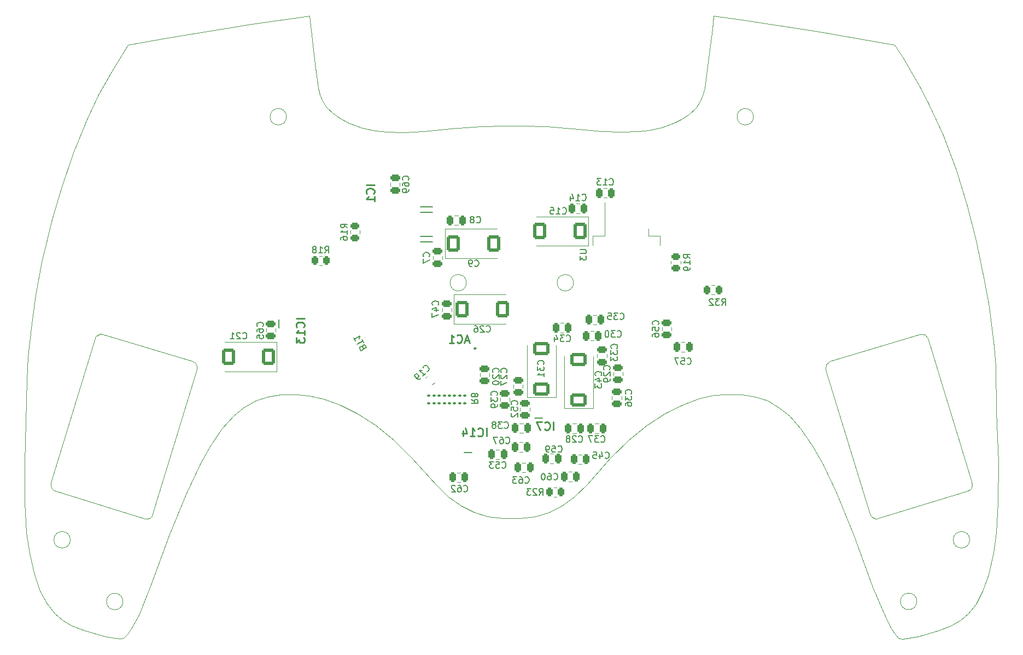
<source format=gbr>
%TF.GenerationSoftware,KiCad,Pcbnew,(6.0.9)*%
%TF.CreationDate,2022-11-22T19:39:32+02:00*%
%TF.ProjectId,PCB,5043422e-6b69-4636-9164-5f7063625858,rev?*%
%TF.SameCoordinates,Original*%
%TF.FileFunction,Legend,Bot*%
%TF.FilePolarity,Positive*%
%FSLAX46Y46*%
G04 Gerber Fmt 4.6, Leading zero omitted, Abs format (unit mm)*
G04 Created by KiCad (PCBNEW (6.0.9)) date 2022-11-22 19:39:32*
%MOMM*%
%LPD*%
G01*
G04 APERTURE LIST*
G04 Aperture macros list*
%AMRoundRect*
0 Rectangle with rounded corners*
0 $1 Rounding radius*
0 $2 $3 $4 $5 $6 $7 $8 $9 X,Y pos of 4 corners*
0 Add a 4 corners polygon primitive as box body*
4,1,4,$2,$3,$4,$5,$6,$7,$8,$9,$2,$3,0*
0 Add four circle primitives for the rounded corners*
1,1,$1+$1,$2,$3*
1,1,$1+$1,$4,$5*
1,1,$1+$1,$6,$7*
1,1,$1+$1,$8,$9*
0 Add four rect primitives between the rounded corners*
20,1,$1+$1,$2,$3,$4,$5,0*
20,1,$1+$1,$4,$5,$6,$7,0*
20,1,$1+$1,$6,$7,$8,$9,0*
20,1,$1+$1,$8,$9,$2,$3,0*%
%AMHorizOval*
0 Thick line with rounded ends*
0 $1 width*
0 $2 $3 position (X,Y) of the first rounded end (center of the circle)*
0 $4 $5 position (X,Y) of the second rounded end (center of the circle)*
0 Add line between two ends*
20,1,$1,$2,$3,$4,$5,0*
0 Add two circle primitives to create the rounded ends*
1,1,$1,$2,$3*
1,1,$1,$4,$5*%
%AMRotRect*
0 Rectangle, with rotation*
0 The origin of the aperture is its center*
0 $1 length*
0 $2 width*
0 $3 Rotation angle, in degrees counterclockwise*
0 Add horizontal line*
21,1,$1,$2,0,0,$3*%
G04 Aperture macros list end*
%TA.AperFunction,Profile*%
%ADD10C,0.100000*%
%TD*%
%ADD11C,0.150000*%
%ADD12C,0.254000*%
%ADD13C,0.120000*%
%ADD14C,0.200000*%
%ADD15C,0.152400*%
%ADD16C,0.250000*%
%ADD17RotRect,1.700000X1.700000X120.000000*%
%ADD18HorizOval,1.700000X0.000000X0.000000X0.000000X0.000000X0*%
%ADD19C,2.000000*%
%ADD20C,3.000000*%
%ADD21RotRect,1.700000X1.700000X45.000000*%
%ADD22HorizOval,1.700000X0.000000X0.000000X0.000000X0.000000X0*%
%ADD23RotRect,1.700000X1.700000X240.000000*%
%ADD24HorizOval,1.700000X0.000000X0.000000X0.000000X0.000000X0*%
%ADD25RotRect,2.000000X4.000000X135.000000*%
%ADD26RoundRect,0.250000X-0.787500X-1.025000X0.787500X-1.025000X0.787500X1.025000X-0.787500X1.025000X0*%
%ADD27RoundRect,0.250000X0.250000X0.475000X-0.250000X0.475000X-0.250000X-0.475000X0.250000X-0.475000X0*%
%ADD28RoundRect,0.250000X0.475000X-0.250000X0.475000X0.250000X-0.475000X0.250000X-0.475000X-0.250000X0*%
%ADD29R,1.200000X0.400000*%
%ADD30RoundRect,0.250000X1.025000X-0.787500X1.025000X0.787500X-1.025000X0.787500X-1.025000X-0.787500X0*%
%ADD31RoundRect,0.250000X-0.159099X0.512652X-0.512652X0.159099X0.159099X-0.512652X0.512652X-0.159099X0*%
%ADD32RoundRect,0.250000X-0.250000X-0.475000X0.250000X-0.475000X0.250000X0.475000X-0.250000X0.475000X0*%
%ADD33RoundRect,0.100000X0.150000X-0.100000X0.150000X0.100000X-0.150000X0.100000X-0.150000X-0.100000X0*%
%ADD34RoundRect,0.250000X-0.262500X-0.450000X0.262500X-0.450000X0.262500X0.450000X-0.262500X0.450000X0*%
%ADD35RoundRect,0.250000X-0.475000X0.250000X-0.475000X-0.250000X0.475000X-0.250000X0.475000X0.250000X0*%
%ADD36R,0.400000X1.200000*%
%ADD37RotRect,2.000000X4.000000X30.000000*%
%ADD38RoundRect,0.250000X-0.450000X0.262500X-0.450000X-0.262500X0.450000X-0.262500X0.450000X0.262500X0*%
%ADD39R,1.219200X0.889000*%
%ADD40R,6.502400X6.731000*%
%ADD41RoundRect,0.250000X0.787500X1.025000X-0.787500X1.025000X-0.787500X-1.025000X0.787500X-1.025000X0*%
%ADD42R,1.100000X4.600000*%
%ADD43R,10.800000X9.400000*%
%ADD44RoundRect,0.250000X0.262500X0.450000X-0.262500X0.450000X-0.262500X-0.450000X0.262500X-0.450000X0*%
%ADD45R,0.850000X0.300000*%
%ADD46R,0.300000X0.850000*%
%ADD47R,2.400000X2.400000*%
G04 APERTURE END LIST*
D10*
X175615600Y-38887400D02*
X187248800Y-40665400D01*
X199390000Y-42799000D01*
X200710800Y-44831000D01*
X203250800Y-49199800D01*
X204622400Y-51892200D01*
X206857600Y-56769000D01*
X208889600Y-62204600D01*
X210515200Y-67437000D01*
X211988400Y-73025000D01*
X213360000Y-79629000D01*
X213969600Y-83235800D01*
X214731600Y-89433400D01*
X214985600Y-92532200D01*
X215138000Y-99491800D01*
X215442800Y-107365800D01*
X215392000Y-113614200D01*
X215138000Y-118237000D01*
X214680800Y-121386600D01*
X213918800Y-124739400D01*
X213004400Y-127330200D01*
X211937600Y-129311400D01*
X210769200Y-130784600D01*
X209600800Y-131800600D01*
X208127600Y-132664200D01*
X206197200Y-133375400D01*
X203047600Y-134289800D01*
X201523600Y-134594600D01*
X200558400Y-134747000D01*
X200304400Y-134696200D01*
X199948800Y-134543800D01*
X199491600Y-134035800D01*
X198780400Y-132969000D01*
X197815200Y-130987800D01*
X195986400Y-126669800D01*
X192989200Y-118541800D01*
X190398400Y-112141000D01*
X188264800Y-107670600D01*
X186639200Y-104825800D01*
X184810400Y-102133400D01*
X183083200Y-100203000D01*
X181559200Y-98983800D01*
X179679600Y-97866200D01*
X177800000Y-97256600D01*
X175666400Y-96901000D01*
X173126400Y-96901000D01*
X171450000Y-97002600D01*
X169113200Y-97510600D01*
X166522400Y-98475800D01*
X163880800Y-99796600D01*
X161036000Y-101625400D01*
X158242000Y-103962200D01*
X155346400Y-106756200D01*
X151790400Y-110769400D01*
X149758400Y-112750600D01*
X147878800Y-114071400D01*
X145897600Y-115087400D01*
X143713200Y-115747800D01*
X141325600Y-116052600D01*
X138734800Y-116052600D01*
X136398000Y-115747800D01*
X134213600Y-115087400D01*
X132181600Y-114122200D01*
X130302000Y-112750600D01*
X128320800Y-110769400D01*
X124714000Y-106807000D01*
X121818400Y-103911400D01*
X119024400Y-101676200D01*
X116230400Y-99847400D01*
X113538000Y-98475800D01*
X110998000Y-97561400D01*
X108610400Y-97053400D01*
X106934000Y-96901000D01*
X104394000Y-96901000D01*
X102311200Y-97256600D01*
X100431600Y-97866200D01*
X98552000Y-98933000D01*
X97028000Y-100203000D01*
X95250000Y-102133400D01*
X93421200Y-104775000D01*
X91795600Y-107619800D01*
X89712800Y-112141000D01*
X87122000Y-118491000D01*
X84124800Y-126568200D01*
X82346800Y-130987800D01*
X81280000Y-132969000D01*
X80568800Y-133985000D01*
X79959200Y-134543800D01*
X79552800Y-134696200D01*
X78536800Y-134594600D01*
X77063600Y-134289800D01*
X73863200Y-133375400D01*
X71882000Y-132664200D01*
X70459600Y-131800600D01*
X69291200Y-130784600D01*
X68122800Y-129260600D01*
X67056000Y-127330200D01*
X66141600Y-124790200D01*
X65379600Y-121437400D01*
X64922400Y-118237000D01*
X64668400Y-113563400D01*
X64668400Y-107365800D01*
X64973200Y-94665800D01*
X65176400Y-91059000D01*
X65633600Y-86537800D01*
X66344800Y-81457800D01*
X67310000Y-76377800D01*
X68884800Y-69824600D01*
X70307200Y-64998600D01*
X72186800Y-59461400D01*
X74269600Y-54330600D01*
X76098400Y-50520600D01*
X78079600Y-46964600D01*
X80670400Y-42799000D01*
X86360000Y-41783000D01*
X99822000Y-39547800D01*
X108762800Y-38328600D01*
X109575600Y-45745400D01*
X110083600Y-49453800D01*
X110337600Y-50469800D01*
X110794800Y-51485800D01*
X111455200Y-52501800D01*
X112369600Y-53416200D01*
X113334800Y-54076600D01*
X114858800Y-54940200D01*
X116941600Y-55651400D01*
X118973600Y-56057800D01*
X120751600Y-56261000D01*
X123342400Y-56311800D01*
X126390400Y-56159400D01*
X130606800Y-55753000D01*
X135280400Y-55397400D01*
X138836400Y-55295800D01*
X141681200Y-55295800D01*
X145491200Y-55448200D01*
X150418800Y-55854600D01*
X154076400Y-56159400D01*
X157073600Y-56261000D01*
X159715200Y-56210200D01*
X161340800Y-56007000D01*
X163271200Y-55600600D01*
X165303200Y-54838600D01*
X166370000Y-54330600D01*
X167538400Y-53517800D01*
X168605200Y-52501800D01*
X169214800Y-51587400D01*
X169621200Y-50571400D01*
X169976800Y-49453800D01*
X170332400Y-46710600D01*
X171145200Y-40360600D01*
X171297600Y-38328600D01*
X175615600Y-38887400D01*
X79886044Y-128933444D02*
G75*
G03*
X79886044Y-128933444I-1273044J0D01*
G01*
X177523644Y-53927244D02*
G75*
G03*
X177523644Y-53927244I-1273044J0D01*
G01*
X133073644Y-79606644D02*
G75*
G03*
X133073644Y-79606644I-1273044J0D01*
G01*
X202822044Y-128908044D02*
G75*
G03*
X202822044Y-128908044I-1273044J0D01*
G01*
X76758800Y-87553800D02*
X90627200Y-91770200D01*
X91033600Y-91973400D01*
X91236800Y-92227400D01*
X91287600Y-92481400D01*
X91338400Y-92684600D01*
X91338400Y-93040200D01*
X84480400Y-115392200D01*
X84429600Y-115544600D01*
X84277200Y-115798600D01*
X84023200Y-116001800D01*
X83667600Y-116103400D01*
X83261200Y-116103400D01*
X69392800Y-111836200D01*
X69138800Y-111683800D01*
X68986400Y-111531400D01*
X68783200Y-111277400D01*
X68681600Y-111023400D01*
X68681600Y-110566200D01*
X75539600Y-88214200D01*
X75590400Y-88011000D01*
X75742800Y-87858600D01*
X76047600Y-87655400D01*
X76403200Y-87503000D01*
X76758800Y-87553800D01*
X149659844Y-79606644D02*
G75*
G03*
X149659844Y-79606644I-1273044J0D01*
G01*
X203962000Y-87604600D02*
X204114400Y-87655400D01*
X204266800Y-87858600D01*
X204368400Y-88011000D01*
X204520800Y-88214200D01*
X211277200Y-110363000D01*
X211328000Y-110566200D01*
X211378800Y-110871000D01*
X211328000Y-111175800D01*
X211226400Y-111429800D01*
X211023200Y-111633000D01*
X210667600Y-111836200D01*
X196850000Y-116052600D01*
X196697600Y-116103400D01*
X196392800Y-116103400D01*
X195884800Y-115900200D01*
X195681600Y-115646200D01*
X195529200Y-115392200D01*
X188722000Y-93091000D01*
X188671200Y-92735400D01*
X188772800Y-92329000D01*
X188874400Y-92176600D01*
X189179200Y-91871800D01*
X189382400Y-91770200D01*
X203250800Y-87553800D01*
X203708000Y-87553800D01*
X203962000Y-87604600D01*
X211000844Y-119383044D02*
G75*
G03*
X211000844Y-119383044I-1273044J0D01*
G01*
X105209844Y-53927244D02*
G75*
G03*
X105209844Y-53927244I-1273044J0D01*
G01*
X71732644Y-119383044D02*
G75*
G03*
X71732644Y-119383044I-1273044J0D01*
G01*
D11*
%TO.C,C26*%
X136151857Y-87150142D02*
X136199476Y-87197761D01*
X136342333Y-87245380D01*
X136437571Y-87245380D01*
X136580428Y-87197761D01*
X136675666Y-87102523D01*
X136723285Y-87007285D01*
X136770904Y-86816809D01*
X136770904Y-86673952D01*
X136723285Y-86483476D01*
X136675666Y-86388238D01*
X136580428Y-86293000D01*
X136437571Y-86245380D01*
X136342333Y-86245380D01*
X136199476Y-86293000D01*
X136151857Y-86340619D01*
X135770904Y-86340619D02*
X135723285Y-86293000D01*
X135628047Y-86245380D01*
X135389952Y-86245380D01*
X135294714Y-86293000D01*
X135247095Y-86340619D01*
X135199476Y-86435857D01*
X135199476Y-86531095D01*
X135247095Y-86673952D01*
X135818523Y-87245380D01*
X135199476Y-87245380D01*
X134342333Y-86245380D02*
X134532809Y-86245380D01*
X134628047Y-86293000D01*
X134675666Y-86340619D01*
X134770904Y-86483476D01*
X134818523Y-86673952D01*
X134818523Y-87054904D01*
X134770904Y-87150142D01*
X134723285Y-87197761D01*
X134628047Y-87245380D01*
X134437571Y-87245380D01*
X134342333Y-87197761D01*
X134294714Y-87150142D01*
X134247095Y-87054904D01*
X134247095Y-86816809D01*
X134294714Y-86721571D01*
X134342333Y-86673952D01*
X134437571Y-86626333D01*
X134628047Y-86626333D01*
X134723285Y-86673952D01*
X134770904Y-86721571D01*
X134818523Y-86816809D01*
%TO.C,C13*%
X155201857Y-64412342D02*
X155249476Y-64459961D01*
X155392333Y-64507580D01*
X155487571Y-64507580D01*
X155630428Y-64459961D01*
X155725666Y-64364723D01*
X155773285Y-64269485D01*
X155820904Y-64079009D01*
X155820904Y-63936152D01*
X155773285Y-63745676D01*
X155725666Y-63650438D01*
X155630428Y-63555200D01*
X155487571Y-63507580D01*
X155392333Y-63507580D01*
X155249476Y-63555200D01*
X155201857Y-63602819D01*
X154249476Y-64507580D02*
X154820904Y-64507580D01*
X154535190Y-64507580D02*
X154535190Y-63507580D01*
X154630428Y-63650438D01*
X154725666Y-63745676D01*
X154820904Y-63793295D01*
X153916142Y-63507580D02*
X153297095Y-63507580D01*
X153630428Y-63888533D01*
X153487571Y-63888533D01*
X153392333Y-63936152D01*
X153344714Y-63983771D01*
X153297095Y-64079009D01*
X153297095Y-64317104D01*
X153344714Y-64412342D01*
X153392333Y-64459961D01*
X153487571Y-64507580D01*
X153773285Y-64507580D01*
X153868523Y-64459961D01*
X153916142Y-64412342D01*
%TO.C,C47*%
X128677942Y-83050142D02*
X128725561Y-83002523D01*
X128773180Y-82859666D01*
X128773180Y-82764428D01*
X128725561Y-82621571D01*
X128630323Y-82526333D01*
X128535085Y-82478714D01*
X128344609Y-82431095D01*
X128201752Y-82431095D01*
X128011276Y-82478714D01*
X127916038Y-82526333D01*
X127820800Y-82621571D01*
X127773180Y-82764428D01*
X127773180Y-82859666D01*
X127820800Y-83002523D01*
X127868419Y-83050142D01*
X128106514Y-83907285D02*
X128773180Y-83907285D01*
X127725561Y-83669190D02*
X128439847Y-83431095D01*
X128439847Y-84050142D01*
X127773180Y-84335857D02*
X127773180Y-85002523D01*
X128773180Y-84573952D01*
D12*
%TO.C,IC7*%
X146527761Y-102403123D02*
X146527761Y-101133123D01*
X145197285Y-102282171D02*
X145257761Y-102342647D01*
X145439190Y-102403123D01*
X145560142Y-102403123D01*
X145741571Y-102342647D01*
X145862523Y-102221695D01*
X145923000Y-102100742D01*
X145983476Y-101858838D01*
X145983476Y-101677409D01*
X145923000Y-101435504D01*
X145862523Y-101314552D01*
X145741571Y-101193600D01*
X145560142Y-101133123D01*
X145439190Y-101133123D01*
X145257761Y-101193600D01*
X145197285Y-101254076D01*
X144773952Y-101133123D02*
X143927285Y-101133123D01*
X144471571Y-102403123D01*
D11*
%TO.C,C31*%
X144984742Y-92244942D02*
X145032361Y-92197323D01*
X145079980Y-92054466D01*
X145079980Y-91959228D01*
X145032361Y-91816371D01*
X144937123Y-91721133D01*
X144841885Y-91673514D01*
X144651409Y-91625895D01*
X144508552Y-91625895D01*
X144318076Y-91673514D01*
X144222838Y-91721133D01*
X144127600Y-91816371D01*
X144079980Y-91959228D01*
X144079980Y-92054466D01*
X144127600Y-92197323D01*
X144175219Y-92244942D01*
X144079980Y-92578276D02*
X144079980Y-93197323D01*
X144460933Y-92863990D01*
X144460933Y-93006847D01*
X144508552Y-93102085D01*
X144556171Y-93149704D01*
X144651409Y-93197323D01*
X144889504Y-93197323D01*
X144984742Y-93149704D01*
X145032361Y-93102085D01*
X145079980Y-93006847D01*
X145079980Y-92721133D01*
X145032361Y-92625895D01*
X144984742Y-92578276D01*
X145079980Y-94149704D02*
X145079980Y-93578276D01*
X145079980Y-93863990D02*
X144079980Y-93863990D01*
X144222838Y-93768752D01*
X144318076Y-93673514D01*
X144365695Y-93578276D01*
%TO.C,C39*%
X137771142Y-97020142D02*
X137818761Y-96972523D01*
X137866380Y-96829666D01*
X137866380Y-96734428D01*
X137818761Y-96591571D01*
X137723523Y-96496333D01*
X137628285Y-96448714D01*
X137437809Y-96401095D01*
X137294952Y-96401095D01*
X137104476Y-96448714D01*
X137009238Y-96496333D01*
X136914000Y-96591571D01*
X136866380Y-96734428D01*
X136866380Y-96829666D01*
X136914000Y-96972523D01*
X136961619Y-97020142D01*
X136866380Y-97353476D02*
X136866380Y-97972523D01*
X137247333Y-97639190D01*
X137247333Y-97782047D01*
X137294952Y-97877285D01*
X137342571Y-97924904D01*
X137437809Y-97972523D01*
X137675904Y-97972523D01*
X137771142Y-97924904D01*
X137818761Y-97877285D01*
X137866380Y-97782047D01*
X137866380Y-97496333D01*
X137818761Y-97401095D01*
X137771142Y-97353476D01*
X137866380Y-98448714D02*
X137866380Y-98639190D01*
X137818761Y-98734428D01*
X137771142Y-98782047D01*
X137628285Y-98877285D01*
X137437809Y-98924904D01*
X137056857Y-98924904D01*
X136961619Y-98877285D01*
X136914000Y-98829666D01*
X136866380Y-98734428D01*
X136866380Y-98543952D01*
X136914000Y-98448714D01*
X136961619Y-98401095D01*
X137056857Y-98353476D01*
X137294952Y-98353476D01*
X137390190Y-98401095D01*
X137437809Y-98448714D01*
X137485428Y-98543952D01*
X137485428Y-98734428D01*
X137437809Y-98829666D01*
X137390190Y-98877285D01*
X137294952Y-98924904D01*
%TO.C,C19*%
X126936918Y-93315279D02*
X127004262Y-93315279D01*
X127138949Y-93247935D01*
X127206292Y-93180592D01*
X127273636Y-93045905D01*
X127273636Y-92911218D01*
X127239964Y-92810203D01*
X127138949Y-92641844D01*
X127037934Y-92540829D01*
X126869575Y-92439813D01*
X126768560Y-92406142D01*
X126633873Y-92406142D01*
X126499186Y-92473485D01*
X126431842Y-92540829D01*
X126364499Y-92675516D01*
X126364499Y-92742859D01*
X126330827Y-94056058D02*
X126734888Y-93651997D01*
X126532857Y-93854027D02*
X125825750Y-93146920D01*
X125994109Y-93180592D01*
X126128796Y-93180592D01*
X126229812Y-93146920D01*
X125994109Y-94392775D02*
X125859422Y-94527462D01*
X125758407Y-94561134D01*
X125691063Y-94561134D01*
X125522705Y-94527462D01*
X125354346Y-94426447D01*
X125084972Y-94157073D01*
X125051300Y-94056058D01*
X125051300Y-93988714D01*
X125084972Y-93887699D01*
X125219659Y-93753012D01*
X125320674Y-93719340D01*
X125388018Y-93719340D01*
X125489033Y-93753012D01*
X125657392Y-93921371D01*
X125691063Y-94022386D01*
X125691063Y-94089729D01*
X125657392Y-94190745D01*
X125522705Y-94325432D01*
X125421689Y-94359103D01*
X125354346Y-94359103D01*
X125253331Y-94325432D01*
%TO.C,C37*%
X153906457Y-104195942D02*
X153954076Y-104243561D01*
X154096933Y-104291180D01*
X154192171Y-104291180D01*
X154335028Y-104243561D01*
X154430266Y-104148323D01*
X154477885Y-104053085D01*
X154525504Y-103862609D01*
X154525504Y-103719752D01*
X154477885Y-103529276D01*
X154430266Y-103434038D01*
X154335028Y-103338800D01*
X154192171Y-103291180D01*
X154096933Y-103291180D01*
X153954076Y-103338800D01*
X153906457Y-103386419D01*
X153573123Y-103291180D02*
X152954076Y-103291180D01*
X153287409Y-103672133D01*
X153144552Y-103672133D01*
X153049314Y-103719752D01*
X153001695Y-103767371D01*
X152954076Y-103862609D01*
X152954076Y-104100704D01*
X153001695Y-104195942D01*
X153049314Y-104243561D01*
X153144552Y-104291180D01*
X153430266Y-104291180D01*
X153525504Y-104243561D01*
X153573123Y-104195942D01*
X152620742Y-103291180D02*
X151954076Y-103291180D01*
X152382647Y-104291180D01*
%TO.C,C63*%
X142146257Y-110542342D02*
X142193876Y-110589961D01*
X142336733Y-110637580D01*
X142431971Y-110637580D01*
X142574828Y-110589961D01*
X142670066Y-110494723D01*
X142717685Y-110399485D01*
X142765304Y-110209009D01*
X142765304Y-110066152D01*
X142717685Y-109875676D01*
X142670066Y-109780438D01*
X142574828Y-109685200D01*
X142431971Y-109637580D01*
X142336733Y-109637580D01*
X142193876Y-109685200D01*
X142146257Y-109732819D01*
X141289114Y-109637580D02*
X141479590Y-109637580D01*
X141574828Y-109685200D01*
X141622447Y-109732819D01*
X141717685Y-109875676D01*
X141765304Y-110066152D01*
X141765304Y-110447104D01*
X141717685Y-110542342D01*
X141670066Y-110589961D01*
X141574828Y-110637580D01*
X141384352Y-110637580D01*
X141289114Y-110589961D01*
X141241495Y-110542342D01*
X141193876Y-110447104D01*
X141193876Y-110209009D01*
X141241495Y-110113771D01*
X141289114Y-110066152D01*
X141384352Y-110018533D01*
X141574828Y-110018533D01*
X141670066Y-110066152D01*
X141717685Y-110113771D01*
X141765304Y-110209009D01*
X140860542Y-109637580D02*
X140241495Y-109637580D01*
X140574828Y-110018533D01*
X140431971Y-110018533D01*
X140336733Y-110066152D01*
X140289114Y-110113771D01*
X140241495Y-110209009D01*
X140241495Y-110447104D01*
X140289114Y-110542342D01*
X140336733Y-110589961D01*
X140431971Y-110637580D01*
X140717685Y-110637580D01*
X140812923Y-110589961D01*
X140860542Y-110542342D01*
%TO.C,C9*%
X134354866Y-76990142D02*
X134402485Y-77037761D01*
X134545342Y-77085380D01*
X134640580Y-77085380D01*
X134783438Y-77037761D01*
X134878676Y-76942523D01*
X134926295Y-76847285D01*
X134973914Y-76656809D01*
X134973914Y-76513952D01*
X134926295Y-76323476D01*
X134878676Y-76228238D01*
X134783438Y-76133000D01*
X134640580Y-76085380D01*
X134545342Y-76085380D01*
X134402485Y-76133000D01*
X134354866Y-76180619D01*
X133878676Y-77085380D02*
X133688200Y-77085380D01*
X133592961Y-77037761D01*
X133545342Y-76990142D01*
X133450104Y-76847285D01*
X133402485Y-76656809D01*
X133402485Y-76275857D01*
X133450104Y-76180619D01*
X133497723Y-76133000D01*
X133592961Y-76085380D01*
X133783438Y-76085380D01*
X133878676Y-76133000D01*
X133926295Y-76180619D01*
X133973914Y-76275857D01*
X133973914Y-76513952D01*
X133926295Y-76609190D01*
X133878676Y-76656809D01*
X133783438Y-76704428D01*
X133592961Y-76704428D01*
X133497723Y-76656809D01*
X133450104Y-76609190D01*
X133402485Y-76513952D01*
%TO.C,C59*%
X147251657Y-105741742D02*
X147299276Y-105789361D01*
X147442133Y-105836980D01*
X147537371Y-105836980D01*
X147680228Y-105789361D01*
X147775466Y-105694123D01*
X147823085Y-105598885D01*
X147870704Y-105408409D01*
X147870704Y-105265552D01*
X147823085Y-105075076D01*
X147775466Y-104979838D01*
X147680228Y-104884600D01*
X147537371Y-104836980D01*
X147442133Y-104836980D01*
X147299276Y-104884600D01*
X147251657Y-104932219D01*
X146346895Y-104836980D02*
X146823085Y-104836980D01*
X146870704Y-105313171D01*
X146823085Y-105265552D01*
X146727847Y-105217933D01*
X146489752Y-105217933D01*
X146394514Y-105265552D01*
X146346895Y-105313171D01*
X146299276Y-105408409D01*
X146299276Y-105646504D01*
X146346895Y-105741742D01*
X146394514Y-105789361D01*
X146489752Y-105836980D01*
X146727847Y-105836980D01*
X146823085Y-105789361D01*
X146870704Y-105741742D01*
X145823085Y-105836980D02*
X145632609Y-105836980D01*
X145537371Y-105789361D01*
X145489752Y-105741742D01*
X145394514Y-105598885D01*
X145346895Y-105408409D01*
X145346895Y-105027457D01*
X145394514Y-104932219D01*
X145442133Y-104884600D01*
X145537371Y-104836980D01*
X145727847Y-104836980D01*
X145823085Y-104884600D01*
X145870704Y-104932219D01*
X145918323Y-105027457D01*
X145918323Y-105265552D01*
X145870704Y-105360790D01*
X145823085Y-105408409D01*
X145727847Y-105456028D01*
X145537371Y-105456028D01*
X145442133Y-105408409D01*
X145394514Y-105360790D01*
X145346895Y-105265552D01*
%TO.C,R8*%
X133837419Y-97651866D02*
X134313609Y-97985200D01*
X133837419Y-98223295D02*
X134837419Y-98223295D01*
X134837419Y-97842342D01*
X134789800Y-97747104D01*
X134742180Y-97699485D01*
X134646942Y-97651866D01*
X134504085Y-97651866D01*
X134408847Y-97699485D01*
X134361228Y-97747104D01*
X134313609Y-97842342D01*
X134313609Y-98223295D01*
X134408847Y-97080438D02*
X134456466Y-97175676D01*
X134504085Y-97223295D01*
X134599323Y-97270914D01*
X134646942Y-97270914D01*
X134742180Y-97223295D01*
X134789800Y-97175676D01*
X134837419Y-97080438D01*
X134837419Y-96889961D01*
X134789800Y-96794723D01*
X134742180Y-96747104D01*
X134646942Y-96699485D01*
X134599323Y-96699485D01*
X134504085Y-96747104D01*
X134456466Y-96794723D01*
X134408847Y-96889961D01*
X134408847Y-97080438D01*
X134361228Y-97175676D01*
X134313609Y-97223295D01*
X134218371Y-97270914D01*
X134027895Y-97270914D01*
X133932657Y-97223295D01*
X133885038Y-97175676D01*
X133837419Y-97080438D01*
X133837419Y-96889961D01*
X133885038Y-96794723D01*
X133932657Y-96747104D01*
X134027895Y-96699485D01*
X134218371Y-96699485D01*
X134313609Y-96747104D01*
X134361228Y-96794723D01*
X134408847Y-96889961D01*
%TO.C,C67*%
X139174457Y-104395542D02*
X139222076Y-104443161D01*
X139364933Y-104490780D01*
X139460171Y-104490780D01*
X139603028Y-104443161D01*
X139698266Y-104347923D01*
X139745885Y-104252685D01*
X139793504Y-104062209D01*
X139793504Y-103919352D01*
X139745885Y-103728876D01*
X139698266Y-103633638D01*
X139603028Y-103538400D01*
X139460171Y-103490780D01*
X139364933Y-103490780D01*
X139222076Y-103538400D01*
X139174457Y-103586019D01*
X138317314Y-103490780D02*
X138507790Y-103490780D01*
X138603028Y-103538400D01*
X138650647Y-103586019D01*
X138745885Y-103728876D01*
X138793504Y-103919352D01*
X138793504Y-104300304D01*
X138745885Y-104395542D01*
X138698266Y-104443161D01*
X138603028Y-104490780D01*
X138412552Y-104490780D01*
X138317314Y-104443161D01*
X138269695Y-104395542D01*
X138222076Y-104300304D01*
X138222076Y-104062209D01*
X138269695Y-103966971D01*
X138317314Y-103919352D01*
X138412552Y-103871733D01*
X138603028Y-103871733D01*
X138698266Y-103919352D01*
X138745885Y-103966971D01*
X138793504Y-104062209D01*
X137888742Y-103490780D02*
X137222076Y-103490780D01*
X137650647Y-104490780D01*
%TO.C,R23*%
X144330657Y-112466380D02*
X144663990Y-111990190D01*
X144902085Y-112466380D02*
X144902085Y-111466380D01*
X144521133Y-111466380D01*
X144425895Y-111514000D01*
X144378276Y-111561619D01*
X144330657Y-111656857D01*
X144330657Y-111799714D01*
X144378276Y-111894952D01*
X144425895Y-111942571D01*
X144521133Y-111990190D01*
X144902085Y-111990190D01*
X143949704Y-111561619D02*
X143902085Y-111514000D01*
X143806847Y-111466380D01*
X143568752Y-111466380D01*
X143473514Y-111514000D01*
X143425895Y-111561619D01*
X143378276Y-111656857D01*
X143378276Y-111752095D01*
X143425895Y-111894952D01*
X143997323Y-112466380D01*
X143378276Y-112466380D01*
X143044942Y-111466380D02*
X142425895Y-111466380D01*
X142759228Y-111847333D01*
X142616371Y-111847333D01*
X142521133Y-111894952D01*
X142473514Y-111942571D01*
X142425895Y-112037809D01*
X142425895Y-112275904D01*
X142473514Y-112371142D01*
X142521133Y-112418761D01*
X142616371Y-112466380D01*
X142902085Y-112466380D01*
X142997323Y-112418761D01*
X143044942Y-112371142D01*
%TO.C,C56*%
X162761142Y-86098142D02*
X162808761Y-86050523D01*
X162856380Y-85907666D01*
X162856380Y-85812428D01*
X162808761Y-85669571D01*
X162713523Y-85574333D01*
X162618285Y-85526714D01*
X162427809Y-85479095D01*
X162284952Y-85479095D01*
X162094476Y-85526714D01*
X161999238Y-85574333D01*
X161904000Y-85669571D01*
X161856380Y-85812428D01*
X161856380Y-85907666D01*
X161904000Y-86050523D01*
X161951619Y-86098142D01*
X161856380Y-87002904D02*
X161856380Y-86526714D01*
X162332571Y-86479095D01*
X162284952Y-86526714D01*
X162237333Y-86621952D01*
X162237333Y-86860047D01*
X162284952Y-86955285D01*
X162332571Y-87002904D01*
X162427809Y-87050523D01*
X162665904Y-87050523D01*
X162761142Y-87002904D01*
X162808761Y-86955285D01*
X162856380Y-86860047D01*
X162856380Y-86621952D01*
X162808761Y-86526714D01*
X162761142Y-86479095D01*
X161856380Y-87907666D02*
X161856380Y-87717190D01*
X161904000Y-87621952D01*
X161951619Y-87574333D01*
X162094476Y-87479095D01*
X162284952Y-87431476D01*
X162665904Y-87431476D01*
X162761142Y-87479095D01*
X162808761Y-87526714D01*
X162856380Y-87621952D01*
X162856380Y-87812428D01*
X162808761Y-87907666D01*
X162761142Y-87955285D01*
X162665904Y-88002904D01*
X162427809Y-88002904D01*
X162332571Y-87955285D01*
X162284952Y-87907666D01*
X162237333Y-87812428D01*
X162237333Y-87621952D01*
X162284952Y-87526714D01*
X162332571Y-87479095D01*
X162427809Y-87431476D01*
%TO.C,C8*%
X134634266Y-70257942D02*
X134681885Y-70305561D01*
X134824742Y-70353180D01*
X134919980Y-70353180D01*
X135062838Y-70305561D01*
X135158076Y-70210323D01*
X135205695Y-70115085D01*
X135253314Y-69924609D01*
X135253314Y-69781752D01*
X135205695Y-69591276D01*
X135158076Y-69496038D01*
X135062838Y-69400800D01*
X134919980Y-69353180D01*
X134824742Y-69353180D01*
X134681885Y-69400800D01*
X134634266Y-69448419D01*
X134062838Y-69781752D02*
X134158076Y-69734133D01*
X134205695Y-69686514D01*
X134253314Y-69591276D01*
X134253314Y-69543657D01*
X134205695Y-69448419D01*
X134158076Y-69400800D01*
X134062838Y-69353180D01*
X133872361Y-69353180D01*
X133777123Y-69400800D01*
X133729504Y-69448419D01*
X133681885Y-69543657D01*
X133681885Y-69591276D01*
X133729504Y-69686514D01*
X133777123Y-69734133D01*
X133872361Y-69781752D01*
X134062838Y-69781752D01*
X134158076Y-69829371D01*
X134205695Y-69876990D01*
X134253314Y-69972228D01*
X134253314Y-70162704D01*
X134205695Y-70257942D01*
X134158076Y-70305561D01*
X134062838Y-70353180D01*
X133872361Y-70353180D01*
X133777123Y-70305561D01*
X133729504Y-70257942D01*
X133681885Y-70162704D01*
X133681885Y-69972228D01*
X133729504Y-69876990D01*
X133777123Y-69829371D01*
X133872361Y-69781752D01*
%TO.C,C28*%
X150426657Y-104195942D02*
X150474276Y-104243561D01*
X150617133Y-104291180D01*
X150712371Y-104291180D01*
X150855228Y-104243561D01*
X150950466Y-104148323D01*
X150998085Y-104053085D01*
X151045704Y-103862609D01*
X151045704Y-103719752D01*
X150998085Y-103529276D01*
X150950466Y-103434038D01*
X150855228Y-103338800D01*
X150712371Y-103291180D01*
X150617133Y-103291180D01*
X150474276Y-103338800D01*
X150426657Y-103386419D01*
X150045704Y-103386419D02*
X149998085Y-103338800D01*
X149902847Y-103291180D01*
X149664752Y-103291180D01*
X149569514Y-103338800D01*
X149521895Y-103386419D01*
X149474276Y-103481657D01*
X149474276Y-103576895D01*
X149521895Y-103719752D01*
X150093323Y-104291180D01*
X149474276Y-104291180D01*
X148902847Y-103719752D02*
X148998085Y-103672133D01*
X149045704Y-103624514D01*
X149093323Y-103529276D01*
X149093323Y-103481657D01*
X149045704Y-103386419D01*
X148998085Y-103338800D01*
X148902847Y-103291180D01*
X148712371Y-103291180D01*
X148617133Y-103338800D01*
X148569514Y-103386419D01*
X148521895Y-103481657D01*
X148521895Y-103529276D01*
X148569514Y-103624514D01*
X148617133Y-103672133D01*
X148712371Y-103719752D01*
X148902847Y-103719752D01*
X148998085Y-103767371D01*
X149045704Y-103814990D01*
X149093323Y-103910228D01*
X149093323Y-104100704D01*
X149045704Y-104195942D01*
X148998085Y-104243561D01*
X148902847Y-104291180D01*
X148712371Y-104291180D01*
X148617133Y-104243561D01*
X148569514Y-104195942D01*
X148521895Y-104100704D01*
X148521895Y-103910228D01*
X148569514Y-103814990D01*
X148617133Y-103767371D01*
X148712371Y-103719752D01*
%TO.C,C27*%
X139269742Y-93489542D02*
X139317361Y-93441923D01*
X139364980Y-93299066D01*
X139364980Y-93203828D01*
X139317361Y-93060971D01*
X139222123Y-92965733D01*
X139126885Y-92918114D01*
X138936409Y-92870495D01*
X138793552Y-92870495D01*
X138603076Y-92918114D01*
X138507838Y-92965733D01*
X138412600Y-93060971D01*
X138364980Y-93203828D01*
X138364980Y-93299066D01*
X138412600Y-93441923D01*
X138460219Y-93489542D01*
X138460219Y-93870495D02*
X138412600Y-93918114D01*
X138364980Y-94013352D01*
X138364980Y-94251447D01*
X138412600Y-94346685D01*
X138460219Y-94394304D01*
X138555457Y-94441923D01*
X138650695Y-94441923D01*
X138793552Y-94394304D01*
X139364980Y-93822876D01*
X139364980Y-94441923D01*
X138364980Y-94775257D02*
X138364980Y-95441923D01*
X139364980Y-95013352D01*
D12*
%TO.C,IC13*%
X107965723Y-85150476D02*
X106695723Y-85150476D01*
X107844771Y-86480952D02*
X107905247Y-86420476D01*
X107965723Y-86239047D01*
X107965723Y-86118095D01*
X107905247Y-85936666D01*
X107784295Y-85815714D01*
X107663342Y-85755238D01*
X107421438Y-85694761D01*
X107240009Y-85694761D01*
X106998104Y-85755238D01*
X106877152Y-85815714D01*
X106756200Y-85936666D01*
X106695723Y-86118095D01*
X106695723Y-86239047D01*
X106756200Y-86420476D01*
X106816676Y-86480952D01*
X107965723Y-87690476D02*
X107965723Y-86964761D01*
X107965723Y-87327619D02*
X106695723Y-87327619D01*
X106877152Y-87206666D01*
X106998104Y-87085714D01*
X107058580Y-86964761D01*
X106695723Y-88113809D02*
X106695723Y-88900000D01*
X107179533Y-88476666D01*
X107179533Y-88658095D01*
X107240009Y-88779047D01*
X107300485Y-88839523D01*
X107421438Y-88900000D01*
X107723819Y-88900000D01*
X107844771Y-88839523D01*
X107905247Y-88779047D01*
X107965723Y-88658095D01*
X107965723Y-88295238D01*
X107905247Y-88174285D01*
X107844771Y-88113809D01*
D11*
%TO.C,C36*%
X158573742Y-96791542D02*
X158621361Y-96743923D01*
X158668980Y-96601066D01*
X158668980Y-96505828D01*
X158621361Y-96362971D01*
X158526123Y-96267733D01*
X158430885Y-96220114D01*
X158240409Y-96172495D01*
X158097552Y-96172495D01*
X157907076Y-96220114D01*
X157811838Y-96267733D01*
X157716600Y-96362971D01*
X157668980Y-96505828D01*
X157668980Y-96601066D01*
X157716600Y-96743923D01*
X157764219Y-96791542D01*
X157668980Y-97124876D02*
X157668980Y-97743923D01*
X158049933Y-97410590D01*
X158049933Y-97553447D01*
X158097552Y-97648685D01*
X158145171Y-97696304D01*
X158240409Y-97743923D01*
X158478504Y-97743923D01*
X158573742Y-97696304D01*
X158621361Y-97648685D01*
X158668980Y-97553447D01*
X158668980Y-97267733D01*
X158621361Y-97172495D01*
X158573742Y-97124876D01*
X157668980Y-98601066D02*
X157668980Y-98410590D01*
X157716600Y-98315352D01*
X157764219Y-98267733D01*
X157907076Y-98172495D01*
X158097552Y-98124876D01*
X158478504Y-98124876D01*
X158573742Y-98172495D01*
X158621361Y-98220114D01*
X158668980Y-98315352D01*
X158668980Y-98505828D01*
X158621361Y-98601066D01*
X158573742Y-98648685D01*
X158478504Y-98696304D01*
X158240409Y-98696304D01*
X158145171Y-98648685D01*
X158097552Y-98601066D01*
X158049933Y-98505828D01*
X158049933Y-98315352D01*
X158097552Y-98220114D01*
X158145171Y-98172495D01*
X158240409Y-98124876D01*
%TO.C,BT1*%
X117015316Y-89544734D02*
X116902648Y-89444825D01*
X116837599Y-89427396D01*
X116731311Y-89433775D01*
X116607593Y-89505204D01*
X116548924Y-89594062D01*
X116531494Y-89659111D01*
X116537874Y-89765399D01*
X116728350Y-90095314D01*
X117594375Y-89595314D01*
X117427709Y-89306639D01*
X117338850Y-89247969D01*
X117273801Y-89230540D01*
X117167513Y-89236919D01*
X117085035Y-89284538D01*
X117026366Y-89373397D01*
X117008936Y-89438446D01*
X117015316Y-89544734D01*
X117181982Y-89833409D01*
X117165804Y-88853006D02*
X116880090Y-88358134D01*
X116156921Y-89105570D02*
X117022947Y-88605570D01*
X115585493Y-88115827D02*
X115871207Y-88610699D01*
X115728350Y-88363263D02*
X116594375Y-87863263D01*
X116518276Y-88017170D01*
X116483417Y-88147268D01*
X116489797Y-88253556D01*
%TO.C,C53*%
X138564857Y-108209142D02*
X138612476Y-108256761D01*
X138755333Y-108304380D01*
X138850571Y-108304380D01*
X138993428Y-108256761D01*
X139088666Y-108161523D01*
X139136285Y-108066285D01*
X139183904Y-107875809D01*
X139183904Y-107732952D01*
X139136285Y-107542476D01*
X139088666Y-107447238D01*
X138993428Y-107352000D01*
X138850571Y-107304380D01*
X138755333Y-107304380D01*
X138612476Y-107352000D01*
X138564857Y-107399619D01*
X137660095Y-107304380D02*
X138136285Y-107304380D01*
X138183904Y-107780571D01*
X138136285Y-107732952D01*
X138041047Y-107685333D01*
X137802952Y-107685333D01*
X137707714Y-107732952D01*
X137660095Y-107780571D01*
X137612476Y-107875809D01*
X137612476Y-108113904D01*
X137660095Y-108209142D01*
X137707714Y-108256761D01*
X137802952Y-108304380D01*
X138041047Y-108304380D01*
X138136285Y-108256761D01*
X138183904Y-108209142D01*
X137279142Y-107304380D02*
X136660095Y-107304380D01*
X136993428Y-107685333D01*
X136850571Y-107685333D01*
X136755333Y-107732952D01*
X136707714Y-107780571D01*
X136660095Y-107875809D01*
X136660095Y-108113904D01*
X136707714Y-108209142D01*
X136755333Y-108256761D01*
X136850571Y-108304380D01*
X137136285Y-108304380D01*
X137231523Y-108256761D01*
X137279142Y-108209142D01*
%TO.C,C14*%
X150985457Y-66799942D02*
X151033076Y-66847561D01*
X151175933Y-66895180D01*
X151271171Y-66895180D01*
X151414028Y-66847561D01*
X151509266Y-66752323D01*
X151556885Y-66657085D01*
X151604504Y-66466609D01*
X151604504Y-66323752D01*
X151556885Y-66133276D01*
X151509266Y-66038038D01*
X151414028Y-65942800D01*
X151271171Y-65895180D01*
X151175933Y-65895180D01*
X151033076Y-65942800D01*
X150985457Y-65990419D01*
X150033076Y-66895180D02*
X150604504Y-66895180D01*
X150318790Y-66895180D02*
X150318790Y-65895180D01*
X150414028Y-66038038D01*
X150509266Y-66133276D01*
X150604504Y-66180895D01*
X149175933Y-66228514D02*
X149175933Y-66895180D01*
X149414028Y-65847561D02*
X149652123Y-66561847D01*
X149033076Y-66561847D01*
%TO.C,R19*%
X167711380Y-75811142D02*
X167235190Y-75477809D01*
X167711380Y-75239714D02*
X166711380Y-75239714D01*
X166711380Y-75620666D01*
X166759000Y-75715904D01*
X166806619Y-75763523D01*
X166901857Y-75811142D01*
X167044714Y-75811142D01*
X167139952Y-75763523D01*
X167187571Y-75715904D01*
X167235190Y-75620666D01*
X167235190Y-75239714D01*
X167711380Y-76763523D02*
X167711380Y-76192095D01*
X167711380Y-76477809D02*
X166711380Y-76477809D01*
X166854238Y-76382571D01*
X166949476Y-76287333D01*
X166997095Y-76192095D01*
X167711380Y-77239714D02*
X167711380Y-77430190D01*
X167663761Y-77525428D01*
X167616142Y-77573047D01*
X167473285Y-77668285D01*
X167282809Y-77715904D01*
X166901857Y-77715904D01*
X166806619Y-77668285D01*
X166759000Y-77620666D01*
X166711380Y-77525428D01*
X166711380Y-77334952D01*
X166759000Y-77239714D01*
X166806619Y-77192095D01*
X166901857Y-77144476D01*
X167139952Y-77144476D01*
X167235190Y-77192095D01*
X167282809Y-77239714D01*
X167330428Y-77334952D01*
X167330428Y-77525428D01*
X167282809Y-77620666D01*
X167235190Y-77668285D01*
X167139952Y-77715904D01*
%TO.C,C65*%
X101525342Y-86352142D02*
X101572961Y-86304523D01*
X101620580Y-86161666D01*
X101620580Y-86066428D01*
X101572961Y-85923571D01*
X101477723Y-85828333D01*
X101382485Y-85780714D01*
X101192009Y-85733095D01*
X101049152Y-85733095D01*
X100858676Y-85780714D01*
X100763438Y-85828333D01*
X100668200Y-85923571D01*
X100620580Y-86066428D01*
X100620580Y-86161666D01*
X100668200Y-86304523D01*
X100715819Y-86352142D01*
X100620580Y-87209285D02*
X100620580Y-87018809D01*
X100668200Y-86923571D01*
X100715819Y-86875952D01*
X100858676Y-86780714D01*
X101049152Y-86733095D01*
X101430104Y-86733095D01*
X101525342Y-86780714D01*
X101572961Y-86828333D01*
X101620580Y-86923571D01*
X101620580Y-87114047D01*
X101572961Y-87209285D01*
X101525342Y-87256904D01*
X101430104Y-87304523D01*
X101192009Y-87304523D01*
X101096771Y-87256904D01*
X101049152Y-87209285D01*
X101001533Y-87114047D01*
X101001533Y-86923571D01*
X101049152Y-86828333D01*
X101096771Y-86780714D01*
X101192009Y-86733095D01*
X100620580Y-88209285D02*
X100620580Y-87733095D01*
X101096771Y-87685476D01*
X101049152Y-87733095D01*
X101001533Y-87828333D01*
X101001533Y-88066428D01*
X101049152Y-88161666D01*
X101096771Y-88209285D01*
X101192009Y-88256904D01*
X101430104Y-88256904D01*
X101525342Y-88209285D01*
X101572961Y-88161666D01*
X101620580Y-88066428D01*
X101620580Y-87828333D01*
X101572961Y-87733095D01*
X101525342Y-87685476D01*
D12*
%TO.C,IC1*%
X118811523Y-64470038D02*
X117541523Y-64470038D01*
X118690571Y-65800514D02*
X118751047Y-65740038D01*
X118811523Y-65558609D01*
X118811523Y-65437657D01*
X118751047Y-65256228D01*
X118630095Y-65135276D01*
X118509142Y-65074800D01*
X118267238Y-65014323D01*
X118085809Y-65014323D01*
X117843904Y-65074800D01*
X117722952Y-65135276D01*
X117602000Y-65256228D01*
X117541523Y-65437657D01*
X117541523Y-65558609D01*
X117602000Y-65740038D01*
X117662476Y-65800514D01*
X118811523Y-67010038D02*
X118811523Y-66284323D01*
X118811523Y-66647180D02*
X117541523Y-66647180D01*
X117722952Y-66526228D01*
X117843904Y-66405276D01*
X117904380Y-66284323D01*
D11*
%TO.C,C21*%
X98432857Y-88215742D02*
X98480476Y-88263361D01*
X98623333Y-88310980D01*
X98718571Y-88310980D01*
X98861428Y-88263361D01*
X98956666Y-88168123D01*
X99004285Y-88072885D01*
X99051904Y-87882409D01*
X99051904Y-87739552D01*
X99004285Y-87549076D01*
X98956666Y-87453838D01*
X98861428Y-87358600D01*
X98718571Y-87310980D01*
X98623333Y-87310980D01*
X98480476Y-87358600D01*
X98432857Y-87406219D01*
X98051904Y-87406219D02*
X98004285Y-87358600D01*
X97909047Y-87310980D01*
X97670952Y-87310980D01*
X97575714Y-87358600D01*
X97528095Y-87406219D01*
X97480476Y-87501457D01*
X97480476Y-87596695D01*
X97528095Y-87739552D01*
X98099523Y-88310980D01*
X97480476Y-88310980D01*
X96528095Y-88310980D02*
X97099523Y-88310980D01*
X96813809Y-88310980D02*
X96813809Y-87310980D01*
X96909047Y-87453838D01*
X97004285Y-87549076D01*
X97099523Y-87596695D01*
%TO.C,C7*%
X127277342Y-75550733D02*
X127324961Y-75503114D01*
X127372580Y-75360257D01*
X127372580Y-75265019D01*
X127324961Y-75122161D01*
X127229723Y-75026923D01*
X127134485Y-74979304D01*
X126944009Y-74931685D01*
X126801152Y-74931685D01*
X126610676Y-74979304D01*
X126515438Y-75026923D01*
X126420200Y-75122161D01*
X126372580Y-75265019D01*
X126372580Y-75360257D01*
X126420200Y-75503114D01*
X126467819Y-75550733D01*
X126372580Y-75884066D02*
X126372580Y-76550733D01*
X127372580Y-76122161D01*
%TO.C,C29*%
X155217342Y-93057742D02*
X155264961Y-93010123D01*
X155312580Y-92867266D01*
X155312580Y-92772028D01*
X155264961Y-92629171D01*
X155169723Y-92533933D01*
X155074485Y-92486314D01*
X154884009Y-92438695D01*
X154741152Y-92438695D01*
X154550676Y-92486314D01*
X154455438Y-92533933D01*
X154360200Y-92629171D01*
X154312580Y-92772028D01*
X154312580Y-92867266D01*
X154360200Y-93010123D01*
X154407819Y-93057742D01*
X154407819Y-93438695D02*
X154360200Y-93486314D01*
X154312580Y-93581552D01*
X154312580Y-93819647D01*
X154360200Y-93914885D01*
X154407819Y-93962504D01*
X154503057Y-94010123D01*
X154598295Y-94010123D01*
X154741152Y-93962504D01*
X155312580Y-93391076D01*
X155312580Y-94010123D01*
X155312580Y-94486314D02*
X155312580Y-94676790D01*
X155264961Y-94772028D01*
X155217342Y-94819647D01*
X155074485Y-94914885D01*
X154884009Y-94962504D01*
X154503057Y-94962504D01*
X154407819Y-94914885D01*
X154360200Y-94867266D01*
X154312580Y-94772028D01*
X154312580Y-94581552D01*
X154360200Y-94486314D01*
X154407819Y-94438695D01*
X154503057Y-94391076D01*
X154741152Y-94391076D01*
X154836390Y-94438695D01*
X154884009Y-94486314D01*
X154931628Y-94581552D01*
X154931628Y-94772028D01*
X154884009Y-94867266D01*
X154836390Y-94914885D01*
X154741152Y-94962504D01*
%TO.C,C69*%
X124058742Y-63720742D02*
X124106361Y-63673123D01*
X124153980Y-63530266D01*
X124153980Y-63435028D01*
X124106361Y-63292171D01*
X124011123Y-63196933D01*
X123915885Y-63149314D01*
X123725409Y-63101695D01*
X123582552Y-63101695D01*
X123392076Y-63149314D01*
X123296838Y-63196933D01*
X123201600Y-63292171D01*
X123153980Y-63435028D01*
X123153980Y-63530266D01*
X123201600Y-63673123D01*
X123249219Y-63720742D01*
X123153980Y-64577885D02*
X123153980Y-64387409D01*
X123201600Y-64292171D01*
X123249219Y-64244552D01*
X123392076Y-64149314D01*
X123582552Y-64101695D01*
X123963504Y-64101695D01*
X124058742Y-64149314D01*
X124106361Y-64196933D01*
X124153980Y-64292171D01*
X124153980Y-64482647D01*
X124106361Y-64577885D01*
X124058742Y-64625504D01*
X123963504Y-64673123D01*
X123725409Y-64673123D01*
X123630171Y-64625504D01*
X123582552Y-64577885D01*
X123534933Y-64482647D01*
X123534933Y-64292171D01*
X123582552Y-64196933D01*
X123630171Y-64149314D01*
X123725409Y-64101695D01*
X124153980Y-65149314D02*
X124153980Y-65339790D01*
X124106361Y-65435028D01*
X124058742Y-65482647D01*
X123915885Y-65577885D01*
X123725409Y-65625504D01*
X123344457Y-65625504D01*
X123249219Y-65577885D01*
X123201600Y-65530266D01*
X123153980Y-65435028D01*
X123153980Y-65244552D01*
X123201600Y-65149314D01*
X123249219Y-65101695D01*
X123344457Y-65054076D01*
X123582552Y-65054076D01*
X123677790Y-65101695D01*
X123725409Y-65149314D01*
X123773028Y-65244552D01*
X123773028Y-65435028D01*
X123725409Y-65530266D01*
X123677790Y-65577885D01*
X123582552Y-65625504D01*
%TO.C,C45*%
X154566857Y-106706942D02*
X154614476Y-106754561D01*
X154757333Y-106802180D01*
X154852571Y-106802180D01*
X154995428Y-106754561D01*
X155090666Y-106659323D01*
X155138285Y-106564085D01*
X155185904Y-106373609D01*
X155185904Y-106230752D01*
X155138285Y-106040276D01*
X155090666Y-105945038D01*
X154995428Y-105849800D01*
X154852571Y-105802180D01*
X154757333Y-105802180D01*
X154614476Y-105849800D01*
X154566857Y-105897419D01*
X153709714Y-106135514D02*
X153709714Y-106802180D01*
X153947809Y-105754561D02*
X154185904Y-106468847D01*
X153566857Y-106468847D01*
X152709714Y-105802180D02*
X153185904Y-105802180D01*
X153233523Y-106278371D01*
X153185904Y-106230752D01*
X153090666Y-106183133D01*
X152852571Y-106183133D01*
X152757333Y-106230752D01*
X152709714Y-106278371D01*
X152662095Y-106373609D01*
X152662095Y-106611704D01*
X152709714Y-106706942D01*
X152757333Y-106754561D01*
X152852571Y-106802180D01*
X153090666Y-106802180D01*
X153185904Y-106754561D01*
X153233523Y-106706942D01*
%TO.C,C60*%
X146591257Y-110008942D02*
X146638876Y-110056561D01*
X146781733Y-110104180D01*
X146876971Y-110104180D01*
X147019828Y-110056561D01*
X147115066Y-109961323D01*
X147162685Y-109866085D01*
X147210304Y-109675609D01*
X147210304Y-109532752D01*
X147162685Y-109342276D01*
X147115066Y-109247038D01*
X147019828Y-109151800D01*
X146876971Y-109104180D01*
X146781733Y-109104180D01*
X146638876Y-109151800D01*
X146591257Y-109199419D01*
X145734114Y-109104180D02*
X145924590Y-109104180D01*
X146019828Y-109151800D01*
X146067447Y-109199419D01*
X146162685Y-109342276D01*
X146210304Y-109532752D01*
X146210304Y-109913704D01*
X146162685Y-110008942D01*
X146115066Y-110056561D01*
X146019828Y-110104180D01*
X145829352Y-110104180D01*
X145734114Y-110056561D01*
X145686495Y-110008942D01*
X145638876Y-109913704D01*
X145638876Y-109675609D01*
X145686495Y-109580371D01*
X145734114Y-109532752D01*
X145829352Y-109485133D01*
X146019828Y-109485133D01*
X146115066Y-109532752D01*
X146162685Y-109580371D01*
X146210304Y-109675609D01*
X145019828Y-109104180D02*
X144924590Y-109104180D01*
X144829352Y-109151800D01*
X144781733Y-109199419D01*
X144734114Y-109294657D01*
X144686495Y-109485133D01*
X144686495Y-109723228D01*
X144734114Y-109913704D01*
X144781733Y-110008942D01*
X144829352Y-110056561D01*
X144924590Y-110104180D01*
X145019828Y-110104180D01*
X145115066Y-110056561D01*
X145162685Y-110008942D01*
X145210304Y-109913704D01*
X145257923Y-109723228D01*
X145257923Y-109485133D01*
X145210304Y-109294657D01*
X145162685Y-109199419D01*
X145115066Y-109151800D01*
X145019828Y-109104180D01*
%TO.C,C35*%
X156852857Y-85218542D02*
X156900476Y-85266161D01*
X157043333Y-85313780D01*
X157138571Y-85313780D01*
X157281428Y-85266161D01*
X157376666Y-85170923D01*
X157424285Y-85075685D01*
X157471904Y-84885209D01*
X157471904Y-84742352D01*
X157424285Y-84551876D01*
X157376666Y-84456638D01*
X157281428Y-84361400D01*
X157138571Y-84313780D01*
X157043333Y-84313780D01*
X156900476Y-84361400D01*
X156852857Y-84409019D01*
X156519523Y-84313780D02*
X155900476Y-84313780D01*
X156233809Y-84694733D01*
X156090952Y-84694733D01*
X155995714Y-84742352D01*
X155948095Y-84789971D01*
X155900476Y-84885209D01*
X155900476Y-85123304D01*
X155948095Y-85218542D01*
X155995714Y-85266161D01*
X156090952Y-85313780D01*
X156376666Y-85313780D01*
X156471904Y-85266161D01*
X156519523Y-85218542D01*
X154995714Y-84313780D02*
X155471904Y-84313780D01*
X155519523Y-84789971D01*
X155471904Y-84742352D01*
X155376666Y-84694733D01*
X155138571Y-84694733D01*
X155043333Y-84742352D01*
X154995714Y-84789971D01*
X154948095Y-84885209D01*
X154948095Y-85123304D01*
X154995714Y-85218542D01*
X155043333Y-85266161D01*
X155138571Y-85313780D01*
X155376666Y-85313780D01*
X155471904Y-85266161D01*
X155519523Y-85218542D01*
%TO.C,C34*%
X148547057Y-88625742D02*
X148594676Y-88673361D01*
X148737533Y-88720980D01*
X148832771Y-88720980D01*
X148975628Y-88673361D01*
X149070866Y-88578123D01*
X149118485Y-88482885D01*
X149166104Y-88292409D01*
X149166104Y-88149552D01*
X149118485Y-87959076D01*
X149070866Y-87863838D01*
X148975628Y-87768600D01*
X148832771Y-87720980D01*
X148737533Y-87720980D01*
X148594676Y-87768600D01*
X148547057Y-87816219D01*
X148213723Y-87720980D02*
X147594676Y-87720980D01*
X147928009Y-88101933D01*
X147785152Y-88101933D01*
X147689914Y-88149552D01*
X147642295Y-88197171D01*
X147594676Y-88292409D01*
X147594676Y-88530504D01*
X147642295Y-88625742D01*
X147689914Y-88673361D01*
X147785152Y-88720980D01*
X148070866Y-88720980D01*
X148166104Y-88673361D01*
X148213723Y-88625742D01*
X146737533Y-88054314D02*
X146737533Y-88720980D01*
X146975628Y-87673361D02*
X147213723Y-88387647D01*
X146594676Y-88387647D01*
D12*
%TO.C,IC14*%
X136185123Y-103368323D02*
X136185123Y-102098323D01*
X134854647Y-103247371D02*
X134915123Y-103307847D01*
X135096552Y-103368323D01*
X135217504Y-103368323D01*
X135398933Y-103307847D01*
X135519885Y-103186895D01*
X135580361Y-103065942D01*
X135640838Y-102824038D01*
X135640838Y-102642609D01*
X135580361Y-102400704D01*
X135519885Y-102279752D01*
X135398933Y-102158800D01*
X135217504Y-102098323D01*
X135096552Y-102098323D01*
X134915123Y-102158800D01*
X134854647Y-102219276D01*
X133645123Y-103368323D02*
X134370838Y-103368323D01*
X134007980Y-103368323D02*
X134007980Y-102098323D01*
X134128933Y-102279752D01*
X134249885Y-102400704D01*
X134370838Y-102461180D01*
X132556552Y-102521657D02*
X132556552Y-103368323D01*
X132858933Y-102037847D02*
X133161314Y-102944990D01*
X132375123Y-102944990D01*
D11*
%TO.C,U3*%
X150644380Y-74514895D02*
X151453904Y-74514895D01*
X151549142Y-74562514D01*
X151596761Y-74610133D01*
X151644380Y-74705371D01*
X151644380Y-74895847D01*
X151596761Y-74991085D01*
X151549142Y-75038704D01*
X151453904Y-75086323D01*
X150644380Y-75086323D01*
X150644380Y-75467276D02*
X150644380Y-76086323D01*
X151025333Y-75752990D01*
X151025333Y-75895847D01*
X151072952Y-75991085D01*
X151120571Y-76038704D01*
X151215809Y-76086323D01*
X151453904Y-76086323D01*
X151549142Y-76038704D01*
X151596761Y-75991085D01*
X151644380Y-75895847D01*
X151644380Y-75610133D01*
X151596761Y-75514895D01*
X151549142Y-75467276D01*
%TO.C,C30*%
X156446457Y-87936342D02*
X156494076Y-87983961D01*
X156636933Y-88031580D01*
X156732171Y-88031580D01*
X156875028Y-87983961D01*
X156970266Y-87888723D01*
X157017885Y-87793485D01*
X157065504Y-87603009D01*
X157065504Y-87460152D01*
X157017885Y-87269676D01*
X156970266Y-87174438D01*
X156875028Y-87079200D01*
X156732171Y-87031580D01*
X156636933Y-87031580D01*
X156494076Y-87079200D01*
X156446457Y-87126819D01*
X156113123Y-87031580D02*
X155494076Y-87031580D01*
X155827409Y-87412533D01*
X155684552Y-87412533D01*
X155589314Y-87460152D01*
X155541695Y-87507771D01*
X155494076Y-87603009D01*
X155494076Y-87841104D01*
X155541695Y-87936342D01*
X155589314Y-87983961D01*
X155684552Y-88031580D01*
X155970266Y-88031580D01*
X156065504Y-87983961D01*
X156113123Y-87936342D01*
X154875028Y-87031580D02*
X154779790Y-87031580D01*
X154684552Y-87079200D01*
X154636933Y-87126819D01*
X154589314Y-87222057D01*
X154541695Y-87412533D01*
X154541695Y-87650628D01*
X154589314Y-87841104D01*
X154636933Y-87936342D01*
X154684552Y-87983961D01*
X154779790Y-88031580D01*
X154875028Y-88031580D01*
X154970266Y-87983961D01*
X155017885Y-87936342D01*
X155065504Y-87841104D01*
X155113123Y-87650628D01*
X155113123Y-87412533D01*
X155065504Y-87222057D01*
X155017885Y-87126819D01*
X154970266Y-87079200D01*
X154875028Y-87031580D01*
%TO.C,C38*%
X138945857Y-102033342D02*
X138993476Y-102080961D01*
X139136333Y-102128580D01*
X139231571Y-102128580D01*
X139374428Y-102080961D01*
X139469666Y-101985723D01*
X139517285Y-101890485D01*
X139564904Y-101700009D01*
X139564904Y-101557152D01*
X139517285Y-101366676D01*
X139469666Y-101271438D01*
X139374428Y-101176200D01*
X139231571Y-101128580D01*
X139136333Y-101128580D01*
X138993476Y-101176200D01*
X138945857Y-101223819D01*
X138612523Y-101128580D02*
X137993476Y-101128580D01*
X138326809Y-101509533D01*
X138183952Y-101509533D01*
X138088714Y-101557152D01*
X138041095Y-101604771D01*
X137993476Y-101700009D01*
X137993476Y-101938104D01*
X138041095Y-102033342D01*
X138088714Y-102080961D01*
X138183952Y-102128580D01*
X138469666Y-102128580D01*
X138564904Y-102080961D01*
X138612523Y-102033342D01*
X137422047Y-101557152D02*
X137517285Y-101509533D01*
X137564904Y-101461914D01*
X137612523Y-101366676D01*
X137612523Y-101319057D01*
X137564904Y-101223819D01*
X137517285Y-101176200D01*
X137422047Y-101128580D01*
X137231571Y-101128580D01*
X137136333Y-101176200D01*
X137088714Y-101223819D01*
X137041095Y-101319057D01*
X137041095Y-101366676D01*
X137088714Y-101461914D01*
X137136333Y-101509533D01*
X137231571Y-101557152D01*
X137422047Y-101557152D01*
X137517285Y-101604771D01*
X137564904Y-101652390D01*
X137612523Y-101747628D01*
X137612523Y-101938104D01*
X137564904Y-102033342D01*
X137517285Y-102080961D01*
X137422047Y-102128580D01*
X137231571Y-102128580D01*
X137136333Y-102080961D01*
X137088714Y-102033342D01*
X137041095Y-101938104D01*
X137041095Y-101747628D01*
X137088714Y-101652390D01*
X137136333Y-101604771D01*
X137231571Y-101557152D01*
%TO.C,R16*%
X114626380Y-71112142D02*
X114150190Y-70778809D01*
X114626380Y-70540714D02*
X113626380Y-70540714D01*
X113626380Y-70921666D01*
X113674000Y-71016904D01*
X113721619Y-71064523D01*
X113816857Y-71112142D01*
X113959714Y-71112142D01*
X114054952Y-71064523D01*
X114102571Y-71016904D01*
X114150190Y-70921666D01*
X114150190Y-70540714D01*
X114626380Y-72064523D02*
X114626380Y-71493095D01*
X114626380Y-71778809D02*
X113626380Y-71778809D01*
X113769238Y-71683571D01*
X113864476Y-71588333D01*
X113912095Y-71493095D01*
X113626380Y-72921666D02*
X113626380Y-72731190D01*
X113674000Y-72635952D01*
X113721619Y-72588333D01*
X113864476Y-72493095D01*
X114054952Y-72445476D01*
X114435904Y-72445476D01*
X114531142Y-72493095D01*
X114578761Y-72540714D01*
X114626380Y-72635952D01*
X114626380Y-72826428D01*
X114578761Y-72921666D01*
X114531142Y-72969285D01*
X114435904Y-73016904D01*
X114197809Y-73016904D01*
X114102571Y-72969285D01*
X114054952Y-72921666D01*
X114007333Y-72826428D01*
X114007333Y-72635952D01*
X114054952Y-72540714D01*
X114102571Y-72493095D01*
X114197809Y-72445476D01*
%TO.C,C20*%
X138025142Y-93464142D02*
X138072761Y-93416523D01*
X138120380Y-93273666D01*
X138120380Y-93178428D01*
X138072761Y-93035571D01*
X137977523Y-92940333D01*
X137882285Y-92892714D01*
X137691809Y-92845095D01*
X137548952Y-92845095D01*
X137358476Y-92892714D01*
X137263238Y-92940333D01*
X137168000Y-93035571D01*
X137120380Y-93178428D01*
X137120380Y-93273666D01*
X137168000Y-93416523D01*
X137215619Y-93464142D01*
X137215619Y-93845095D02*
X137168000Y-93892714D01*
X137120380Y-93987952D01*
X137120380Y-94226047D01*
X137168000Y-94321285D01*
X137215619Y-94368904D01*
X137310857Y-94416523D01*
X137406095Y-94416523D01*
X137548952Y-94368904D01*
X138120380Y-93797476D01*
X138120380Y-94416523D01*
X137120380Y-95035571D02*
X137120380Y-95130809D01*
X137168000Y-95226047D01*
X137215619Y-95273666D01*
X137310857Y-95321285D01*
X137501333Y-95368904D01*
X137739428Y-95368904D01*
X137929904Y-95321285D01*
X138025142Y-95273666D01*
X138072761Y-95226047D01*
X138120380Y-95130809D01*
X138120380Y-95035571D01*
X138072761Y-94940333D01*
X138025142Y-94892714D01*
X137929904Y-94845095D01*
X137739428Y-94797476D01*
X137501333Y-94797476D01*
X137310857Y-94845095D01*
X137215619Y-94892714D01*
X137168000Y-94940333D01*
X137120380Y-95035571D01*
%TO.C,C52*%
X140895342Y-98467942D02*
X140942961Y-98420323D01*
X140990580Y-98277466D01*
X140990580Y-98182228D01*
X140942961Y-98039371D01*
X140847723Y-97944133D01*
X140752485Y-97896514D01*
X140562009Y-97848895D01*
X140419152Y-97848895D01*
X140228676Y-97896514D01*
X140133438Y-97944133D01*
X140038200Y-98039371D01*
X139990580Y-98182228D01*
X139990580Y-98277466D01*
X140038200Y-98420323D01*
X140085819Y-98467942D01*
X139990580Y-99372704D02*
X139990580Y-98896514D01*
X140466771Y-98848895D01*
X140419152Y-98896514D01*
X140371533Y-98991752D01*
X140371533Y-99229847D01*
X140419152Y-99325085D01*
X140466771Y-99372704D01*
X140562009Y-99420323D01*
X140800104Y-99420323D01*
X140895342Y-99372704D01*
X140942961Y-99325085D01*
X140990580Y-99229847D01*
X140990580Y-98991752D01*
X140942961Y-98896514D01*
X140895342Y-98848895D01*
X140085819Y-99801276D02*
X140038200Y-99848895D01*
X139990580Y-99944133D01*
X139990580Y-100182228D01*
X140038200Y-100277466D01*
X140085819Y-100325085D01*
X140181057Y-100372704D01*
X140276295Y-100372704D01*
X140419152Y-100325085D01*
X140990580Y-99753657D01*
X140990580Y-100372704D01*
%TO.C,R18*%
X111156357Y-75002380D02*
X111489690Y-74526190D01*
X111727785Y-75002380D02*
X111727785Y-74002380D01*
X111346833Y-74002380D01*
X111251595Y-74050000D01*
X111203976Y-74097619D01*
X111156357Y-74192857D01*
X111156357Y-74335714D01*
X111203976Y-74430952D01*
X111251595Y-74478571D01*
X111346833Y-74526190D01*
X111727785Y-74526190D01*
X110203976Y-75002380D02*
X110775404Y-75002380D01*
X110489690Y-75002380D02*
X110489690Y-74002380D01*
X110584928Y-74145238D01*
X110680166Y-74240476D01*
X110775404Y-74288095D01*
X109632547Y-74430952D02*
X109727785Y-74383333D01*
X109775404Y-74335714D01*
X109823023Y-74240476D01*
X109823023Y-74192857D01*
X109775404Y-74097619D01*
X109727785Y-74050000D01*
X109632547Y-74002380D01*
X109442071Y-74002380D01*
X109346833Y-74050000D01*
X109299214Y-74097619D01*
X109251595Y-74192857D01*
X109251595Y-74240476D01*
X109299214Y-74335714D01*
X109346833Y-74383333D01*
X109442071Y-74430952D01*
X109632547Y-74430952D01*
X109727785Y-74478571D01*
X109775404Y-74526190D01*
X109823023Y-74621428D01*
X109823023Y-74811904D01*
X109775404Y-74907142D01*
X109727785Y-74954761D01*
X109632547Y-75002380D01*
X109442071Y-75002380D01*
X109346833Y-74954761D01*
X109299214Y-74907142D01*
X109251595Y-74811904D01*
X109251595Y-74621428D01*
X109299214Y-74526190D01*
X109346833Y-74478571D01*
X109442071Y-74430952D01*
%TO.C,C33*%
X156363942Y-89755742D02*
X156411561Y-89708123D01*
X156459180Y-89565266D01*
X156459180Y-89470028D01*
X156411561Y-89327171D01*
X156316323Y-89231933D01*
X156221085Y-89184314D01*
X156030609Y-89136695D01*
X155887752Y-89136695D01*
X155697276Y-89184314D01*
X155602038Y-89231933D01*
X155506800Y-89327171D01*
X155459180Y-89470028D01*
X155459180Y-89565266D01*
X155506800Y-89708123D01*
X155554419Y-89755742D01*
X155459180Y-90089076D02*
X155459180Y-90708123D01*
X155840133Y-90374790D01*
X155840133Y-90517647D01*
X155887752Y-90612885D01*
X155935371Y-90660504D01*
X156030609Y-90708123D01*
X156268704Y-90708123D01*
X156363942Y-90660504D01*
X156411561Y-90612885D01*
X156459180Y-90517647D01*
X156459180Y-90231933D01*
X156411561Y-90136695D01*
X156363942Y-90089076D01*
X155459180Y-91041457D02*
X155459180Y-91660504D01*
X155840133Y-91327171D01*
X155840133Y-91470028D01*
X155887752Y-91565266D01*
X155935371Y-91612885D01*
X156030609Y-91660504D01*
X156268704Y-91660504D01*
X156363942Y-91612885D01*
X156411561Y-91565266D01*
X156459180Y-91470028D01*
X156459180Y-91184314D01*
X156411561Y-91089076D01*
X156363942Y-91041457D01*
%TO.C,C62*%
X132646657Y-111863142D02*
X132694276Y-111910761D01*
X132837133Y-111958380D01*
X132932371Y-111958380D01*
X133075228Y-111910761D01*
X133170466Y-111815523D01*
X133218085Y-111720285D01*
X133265704Y-111529809D01*
X133265704Y-111386952D01*
X133218085Y-111196476D01*
X133170466Y-111101238D01*
X133075228Y-111006000D01*
X132932371Y-110958380D01*
X132837133Y-110958380D01*
X132694276Y-111006000D01*
X132646657Y-111053619D01*
X131789514Y-110958380D02*
X131979990Y-110958380D01*
X132075228Y-111006000D01*
X132122847Y-111053619D01*
X132218085Y-111196476D01*
X132265704Y-111386952D01*
X132265704Y-111767904D01*
X132218085Y-111863142D01*
X132170466Y-111910761D01*
X132075228Y-111958380D01*
X131884752Y-111958380D01*
X131789514Y-111910761D01*
X131741895Y-111863142D01*
X131694276Y-111767904D01*
X131694276Y-111529809D01*
X131741895Y-111434571D01*
X131789514Y-111386952D01*
X131884752Y-111339333D01*
X132075228Y-111339333D01*
X132170466Y-111386952D01*
X132218085Y-111434571D01*
X132265704Y-111529809D01*
X131313323Y-111053619D02*
X131265704Y-111006000D01*
X131170466Y-110958380D01*
X130932371Y-110958380D01*
X130837133Y-111006000D01*
X130789514Y-111053619D01*
X130741895Y-111148857D01*
X130741895Y-111244095D01*
X130789514Y-111386952D01*
X131360942Y-111958380D01*
X130741895Y-111958380D01*
%TO.C,C15*%
X147937457Y-68885142D02*
X147985076Y-68932761D01*
X148127933Y-68980380D01*
X148223171Y-68980380D01*
X148366028Y-68932761D01*
X148461266Y-68837523D01*
X148508885Y-68742285D01*
X148556504Y-68551809D01*
X148556504Y-68408952D01*
X148508885Y-68218476D01*
X148461266Y-68123238D01*
X148366028Y-68028000D01*
X148223171Y-67980380D01*
X148127933Y-67980380D01*
X147985076Y-68028000D01*
X147937457Y-68075619D01*
X146985076Y-68980380D02*
X147556504Y-68980380D01*
X147270790Y-68980380D02*
X147270790Y-67980380D01*
X147366028Y-68123238D01*
X147461266Y-68218476D01*
X147556504Y-68266095D01*
X146080314Y-67980380D02*
X146556504Y-67980380D01*
X146604123Y-68456571D01*
X146556504Y-68408952D01*
X146461266Y-68361333D01*
X146223171Y-68361333D01*
X146127933Y-68408952D01*
X146080314Y-68456571D01*
X146032695Y-68551809D01*
X146032695Y-68789904D01*
X146080314Y-68885142D01*
X146127933Y-68932761D01*
X146223171Y-68980380D01*
X146461266Y-68980380D01*
X146556504Y-68932761D01*
X146604123Y-68885142D01*
D12*
%TO.C,AC1*%
X133495142Y-88552866D02*
X132890380Y-88552866D01*
X133616095Y-88915723D02*
X133192761Y-87645723D01*
X132769428Y-88915723D01*
X131620380Y-88794771D02*
X131680857Y-88855247D01*
X131862285Y-88915723D01*
X131983238Y-88915723D01*
X132164666Y-88855247D01*
X132285619Y-88734295D01*
X132346095Y-88613342D01*
X132406571Y-88371438D01*
X132406571Y-88190009D01*
X132346095Y-87948104D01*
X132285619Y-87827152D01*
X132164666Y-87706200D01*
X131983238Y-87645723D01*
X131862285Y-87645723D01*
X131680857Y-87706200D01*
X131620380Y-87766676D01*
X130410857Y-88915723D02*
X131136571Y-88915723D01*
X130773714Y-88915723D02*
X130773714Y-87645723D01*
X130894666Y-87827152D01*
X131015619Y-87948104D01*
X131136571Y-88008580D01*
D11*
%TO.C,C57*%
X167241457Y-92152742D02*
X167289076Y-92200361D01*
X167431933Y-92247980D01*
X167527171Y-92247980D01*
X167670028Y-92200361D01*
X167765266Y-92105123D01*
X167812885Y-92009885D01*
X167860504Y-91819409D01*
X167860504Y-91676552D01*
X167812885Y-91486076D01*
X167765266Y-91390838D01*
X167670028Y-91295600D01*
X167527171Y-91247980D01*
X167431933Y-91247980D01*
X167289076Y-91295600D01*
X167241457Y-91343219D01*
X166336695Y-91247980D02*
X166812885Y-91247980D01*
X166860504Y-91724171D01*
X166812885Y-91676552D01*
X166717647Y-91628933D01*
X166479552Y-91628933D01*
X166384314Y-91676552D01*
X166336695Y-91724171D01*
X166289076Y-91819409D01*
X166289076Y-92057504D01*
X166336695Y-92152742D01*
X166384314Y-92200361D01*
X166479552Y-92247980D01*
X166717647Y-92247980D01*
X166812885Y-92200361D01*
X166860504Y-92152742D01*
X165955742Y-91247980D02*
X165289076Y-91247980D01*
X165717647Y-92247980D01*
%TO.C,C43*%
X153901342Y-93972142D02*
X153948961Y-93924523D01*
X153996580Y-93781666D01*
X153996580Y-93686428D01*
X153948961Y-93543571D01*
X153853723Y-93448333D01*
X153758485Y-93400714D01*
X153568009Y-93353095D01*
X153425152Y-93353095D01*
X153234676Y-93400714D01*
X153139438Y-93448333D01*
X153044200Y-93543571D01*
X152996580Y-93686428D01*
X152996580Y-93781666D01*
X153044200Y-93924523D01*
X153091819Y-93972142D01*
X153329914Y-94829285D02*
X153996580Y-94829285D01*
X152948961Y-94591190D02*
X153663247Y-94353095D01*
X153663247Y-94972142D01*
X152996580Y-95257857D02*
X152996580Y-95876904D01*
X153377533Y-95543571D01*
X153377533Y-95686428D01*
X153425152Y-95781666D01*
X153472771Y-95829285D01*
X153568009Y-95876904D01*
X153806104Y-95876904D01*
X153901342Y-95829285D01*
X153948961Y-95781666D01*
X153996580Y-95686428D01*
X153996580Y-95400714D01*
X153948961Y-95305476D01*
X153901342Y-95257857D01*
%TO.C,R32*%
X172600857Y-83078580D02*
X172934190Y-82602390D01*
X173172285Y-83078580D02*
X173172285Y-82078580D01*
X172791333Y-82078580D01*
X172696095Y-82126200D01*
X172648476Y-82173819D01*
X172600857Y-82269057D01*
X172600857Y-82411914D01*
X172648476Y-82507152D01*
X172696095Y-82554771D01*
X172791333Y-82602390D01*
X173172285Y-82602390D01*
X172267523Y-82078580D02*
X171648476Y-82078580D01*
X171981809Y-82459533D01*
X171838952Y-82459533D01*
X171743714Y-82507152D01*
X171696095Y-82554771D01*
X171648476Y-82650009D01*
X171648476Y-82888104D01*
X171696095Y-82983342D01*
X171743714Y-83030961D01*
X171838952Y-83078580D01*
X172124666Y-83078580D01*
X172219904Y-83030961D01*
X172267523Y-82983342D01*
X171267523Y-82173819D02*
X171219904Y-82126200D01*
X171124666Y-82078580D01*
X170886571Y-82078580D01*
X170791333Y-82126200D01*
X170743714Y-82173819D01*
X170696095Y-82269057D01*
X170696095Y-82364295D01*
X170743714Y-82507152D01*
X171315142Y-83078580D01*
X170696095Y-83078580D01*
D13*
%TO.C,C26*%
X131099000Y-85953000D02*
X131099000Y-81433000D01*
X131099000Y-81433000D02*
X139159000Y-81433000D01*
X139159000Y-85953000D02*
X131099000Y-85953000D01*
%TO.C,C13*%
X154820252Y-65000200D02*
X154297748Y-65000200D01*
X154820252Y-66470200D02*
X154297748Y-66470200D01*
%TO.C,C47*%
X129313000Y-84081252D02*
X129313000Y-83558748D01*
X130783000Y-84081252D02*
X130783000Y-83558748D01*
D14*
%TO.C,IC7*%
X143611000Y-100541000D02*
X144811000Y-100541000D01*
D13*
%TO.C,C31*%
X142443800Y-97348600D02*
X142443800Y-89288600D01*
X146963800Y-89288600D02*
X146963800Y-97348600D01*
X146963800Y-97348600D02*
X142443800Y-97348600D01*
%TO.C,C39*%
X138279200Y-97924252D02*
X138279200Y-97401748D01*
X139749200Y-97924252D02*
X139749200Y-97401748D01*
%TO.C,C19*%
X127082761Y-94000792D02*
X126713294Y-94370259D01*
X128122208Y-95040239D02*
X127752741Y-95409706D01*
%TO.C,C37*%
X153002348Y-102893800D02*
X153524852Y-102893800D01*
X153002348Y-101423800D02*
X153524852Y-101423800D01*
%TO.C,C63*%
X141724748Y-107469000D02*
X142247252Y-107469000D01*
X141724748Y-108939000D02*
X142247252Y-108939000D01*
%TO.C,C9*%
X129778200Y-75793000D02*
X129778200Y-71273000D01*
X129778200Y-71273000D02*
X137838200Y-71273000D01*
X137838200Y-75793000D02*
X129778200Y-75793000D01*
%TO.C,C59*%
X146565252Y-107542000D02*
X146042748Y-107542000D01*
X146565252Y-106072000D02*
X146042748Y-106072000D01*
%TO.C,C67*%
X141800252Y-105764000D02*
X141277748Y-105764000D01*
X141800252Y-104294000D02*
X141277748Y-104294000D01*
%TO.C,R23*%
X146584936Y-111279000D02*
X147039064Y-111279000D01*
X146584936Y-112749000D02*
X147039064Y-112749000D01*
%TO.C,C56*%
X163349000Y-86479748D02*
X163349000Y-87002252D01*
X164819000Y-86479748D02*
X164819000Y-87002252D01*
%TO.C,C8*%
X131234548Y-69216600D02*
X131757052Y-69216600D01*
X131234548Y-70686600D02*
X131757052Y-70686600D01*
%TO.C,C28*%
X149522548Y-101423800D02*
X150045052Y-101423800D01*
X149522548Y-102893800D02*
X150045052Y-102893800D01*
%TO.C,C27*%
X140336600Y-95917652D02*
X140336600Y-95395148D01*
X141806600Y-95917652D02*
X141806600Y-95395148D01*
D14*
%TO.C,IC13*%
X104005200Y-85343400D02*
X104005200Y-86543400D01*
D13*
%TO.C,C36*%
X157097400Y-97695652D02*
X157097400Y-97173148D01*
X155627400Y-97695652D02*
X155627400Y-97173148D01*
%TO.C,C53*%
X137660748Y-105437000D02*
X138183252Y-105437000D01*
X137660748Y-106907000D02*
X138183252Y-106907000D01*
%TO.C,C14*%
X150603852Y-68857800D02*
X150081348Y-68857800D01*
X150603852Y-67387800D02*
X150081348Y-67387800D01*
%TO.C,R19*%
X166216000Y-76226936D02*
X166216000Y-76681064D01*
X164746000Y-76226936D02*
X164746000Y-76681064D01*
%TO.C,C65*%
X102058800Y-87180052D02*
X102058800Y-86657548D01*
X103528800Y-87180052D02*
X103528800Y-86657548D01*
D15*
%TO.C,IC1*%
X125984000Y-68732400D02*
X127812800Y-68732400D01*
X125984000Y-67894200D02*
X127812800Y-67894200D01*
X125984000Y-73279000D02*
X127812800Y-73279000D01*
X125984000Y-72440800D02*
X127812800Y-72440800D01*
D13*
%TO.C,C21*%
X103724000Y-88799000D02*
X103724000Y-93319000D01*
X95664000Y-88799000D02*
X103724000Y-88799000D01*
X103724000Y-93319000D02*
X95664000Y-93319000D01*
%TO.C,C7*%
X127865200Y-75456148D02*
X127865200Y-75978652D01*
X129335200Y-75456148D02*
X129335200Y-75978652D01*
%TO.C,C29*%
X157275200Y-93439348D02*
X157275200Y-93961852D01*
X155805200Y-93439348D02*
X155805200Y-93961852D01*
%TO.C,C69*%
X121286600Y-64624852D02*
X121286600Y-64102348D01*
X122756600Y-64624852D02*
X122756600Y-64102348D01*
%TO.C,C45*%
X150421748Y-106199000D02*
X150944252Y-106199000D01*
X150421748Y-107669000D02*
X150944252Y-107669000D01*
%TO.C,C60*%
X149420252Y-108866000D02*
X148897748Y-108866000D01*
X149420252Y-110336000D02*
X148897748Y-110336000D01*
%TO.C,C35*%
X153245452Y-84609000D02*
X152722948Y-84609000D01*
X153245452Y-86079000D02*
X152722948Y-86079000D01*
%TO.C,C34*%
X147642948Y-87323600D02*
X148165452Y-87323600D01*
X147642948Y-85853600D02*
X148165452Y-85853600D01*
D14*
%TO.C,IC14*%
X132689000Y-105875000D02*
X133889000Y-105875000D01*
D13*
%TO.C,U3*%
X161232000Y-72326800D02*
X161232000Y-71226800D01*
X152642000Y-73826800D02*
X152642000Y-72326800D01*
X163042000Y-73826800D02*
X163042000Y-72326800D01*
X163042000Y-72326800D02*
X161232000Y-72326800D01*
X154452000Y-72326800D02*
X154452000Y-67201800D01*
X152642000Y-72326800D02*
X154452000Y-72326800D01*
%TO.C,C30*%
X152291148Y-87098200D02*
X152813652Y-87098200D01*
X152291148Y-88568200D02*
X152813652Y-88568200D01*
%TO.C,C38*%
X141840852Y-102843000D02*
X141318348Y-102843000D01*
X141840852Y-101373000D02*
X141318348Y-101373000D01*
%TO.C,R16*%
X115089000Y-71527936D02*
X115089000Y-71982064D01*
X116559000Y-71527936D02*
X116559000Y-71982064D01*
%TO.C,C20*%
X136625000Y-93591748D02*
X136625000Y-94114252D01*
X135155000Y-93591748D02*
X135155000Y-94114252D01*
%TO.C,C52*%
X142848000Y-99448252D02*
X142848000Y-98925748D01*
X141378000Y-99448252D02*
X141378000Y-98925748D01*
%TO.C,R18*%
X110740564Y-75465000D02*
X110286436Y-75465000D01*
X110740564Y-76935000D02*
X110286436Y-76935000D01*
%TO.C,C33*%
X154786000Y-91193252D02*
X154786000Y-90670748D01*
X153316000Y-91193252D02*
X153316000Y-90670748D01*
%TO.C,C62*%
X132153252Y-110463000D02*
X131630748Y-110463000D01*
X132153252Y-108993000D02*
X131630748Y-108993000D01*
%TO.C,C15*%
X143873200Y-69368000D02*
X151933200Y-69368000D01*
X151933200Y-73888000D02*
X143873200Y-73888000D01*
X151933200Y-69368000D02*
X151933200Y-73888000D01*
D16*
%TO.C,AC1*%
X134529200Y-89770200D02*
G75*
G03*
X134529200Y-89770200I-125000J0D01*
G01*
D13*
%TO.C,C57*%
X166885252Y-90270000D02*
X166362748Y-90270000D01*
X166885252Y-88800000D02*
X166362748Y-88800000D01*
%TO.C,C43*%
X152704200Y-90965000D02*
X152704200Y-99025000D01*
X148184200Y-99025000D02*
X148184200Y-90965000D01*
X152704200Y-99025000D02*
X148184200Y-99025000D01*
%TO.C,R32*%
X171473864Y-79986200D02*
X171019736Y-79986200D01*
X171473864Y-81456200D02*
X171019736Y-81456200D01*
%TD*%
%LPC*%
D17*
%TO.C,J2*%
X189239773Y-88900000D03*
D18*
X187969773Y-86700295D03*
X191439478Y-87630000D03*
X190169478Y-85430295D03*
X193639182Y-86360000D03*
X192369182Y-84160295D03*
X195838887Y-85090000D03*
X194568887Y-82890295D03*
X198038591Y-83820000D03*
X196768591Y-81620295D03*
X200238296Y-82550000D03*
X198968296Y-80350295D03*
X202438000Y-81280000D03*
X201168000Y-79080295D03*
X204637705Y-80010000D03*
X203367705Y-77810295D03*
X206837409Y-78740000D03*
X205567409Y-76540295D03*
X209037114Y-77470000D03*
X207767114Y-75270295D03*
%TD*%
D19*
%TO.C,U6*%
X103545000Y-56730000D03*
X109775000Y-67960000D03*
X101045000Y-56730000D03*
X109775000Y-65460000D03*
X98545000Y-56730000D03*
X109775000Y-62960000D03*
D20*
X94720000Y-60460000D03*
X107370000Y-60460000D03*
X107370000Y-70460000D03*
X94720000Y-70460000D03*
D19*
X97795000Y-71210000D03*
X104295000Y-71210000D03*
X97795000Y-75710000D03*
X104295000Y-75710000D03*
%TD*%
D21*
%TO.C,J1*%
X185964744Y-46162867D03*
D22*
X187760795Y-44366816D03*
X187760795Y-47958918D03*
X189556846Y-46162867D03*
X189556846Y-49754969D03*
X191352898Y-47958918D03*
X191352898Y-51551021D03*
X193148949Y-49754969D03*
X193148949Y-53347072D03*
X194945000Y-51551021D03*
X194945000Y-55143123D03*
X196741051Y-53347072D03*
X196741051Y-56939174D03*
X198537103Y-55143123D03*
X198537103Y-58735226D03*
X200333154Y-56939174D03*
X200333154Y-60531277D03*
X202129205Y-58735226D03*
X202129205Y-62327328D03*
X203925256Y-60531277D03*
%TD*%
D19*
%TO.C,U7*%
X177845000Y-58380000D03*
X184075000Y-69610000D03*
X175345000Y-58380000D03*
X184075000Y-67110000D03*
X172845000Y-58380000D03*
X184075000Y-64610000D03*
D20*
X181670000Y-62110000D03*
X169020000Y-62110000D03*
X181670000Y-72110000D03*
X169020000Y-72110000D03*
D19*
X172095000Y-72860000D03*
X178595000Y-72860000D03*
X172095000Y-77360000D03*
X178595000Y-77360000D03*
%TD*%
D23*
%TO.C,J3*%
X91059000Y-86487000D03*
D24*
X89789000Y-88686705D03*
X88859295Y-85217000D03*
X87589295Y-87416705D03*
X86659591Y-83947000D03*
X85389591Y-86146705D03*
X84459886Y-82677000D03*
X83189886Y-84876705D03*
X82260182Y-81407000D03*
X80990182Y-83606705D03*
X80060477Y-80137000D03*
X78790477Y-82336705D03*
X77860773Y-78867000D03*
X76590773Y-81066705D03*
X75661068Y-77597000D03*
X74391068Y-79796705D03*
X73461364Y-76327000D03*
X72191364Y-78526705D03*
X71261659Y-75057000D03*
X69991659Y-77256705D03*
%TD*%
D25*
%TO.C,BT2*%
X91774812Y-75518812D03*
X77632676Y-61376676D03*
%TD*%
D26*
%TO.C,C26*%
X132396500Y-83693000D03*
X138621500Y-83693000D03*
%TD*%
D27*
%TO.C,C13*%
X155509000Y-65735200D03*
X153609000Y-65735200D03*
%TD*%
D28*
%TO.C,C47*%
X130048000Y-84770000D03*
X130048000Y-82870000D03*
%TD*%
D29*
%TO.C,IC7*%
X144211000Y-100091000D03*
X144211000Y-99441000D03*
X144211000Y-98791000D03*
X146111000Y-98791000D03*
X146111000Y-100091000D03*
%TD*%
D30*
%TO.C,C31*%
X144703800Y-96051100D03*
X144703800Y-89826100D03*
%TD*%
D28*
%TO.C,C39*%
X139014200Y-98613000D03*
X139014200Y-96713000D03*
%TD*%
D31*
%TO.C,C19*%
X128089502Y-94033498D03*
X126746000Y-95377000D03*
%TD*%
D32*
%TO.C,C37*%
X152313600Y-102158800D03*
X154213600Y-102158800D03*
%TD*%
%TO.C,C63*%
X141036000Y-108204000D03*
X142936000Y-108204000D03*
%TD*%
D26*
%TO.C,C9*%
X131075700Y-73533000D03*
X137300700Y-73533000D03*
%TD*%
D27*
%TO.C,C59*%
X147254000Y-106807000D03*
X145354000Y-106807000D03*
%TD*%
D33*
%TO.C,R8*%
X132842000Y-98298000D03*
X132042000Y-98298000D03*
X131242000Y-98298000D03*
X130442000Y-98298000D03*
X129642000Y-98298000D03*
X128842000Y-98298000D03*
X128042000Y-98298000D03*
X127242000Y-98298000D03*
X127242000Y-97098000D03*
X128042000Y-97098000D03*
X128842000Y-97098000D03*
X129642000Y-97098000D03*
X130442000Y-97098000D03*
X131242000Y-97098000D03*
X132042000Y-97098000D03*
X132842000Y-97098000D03*
%TD*%
D27*
%TO.C,C67*%
X142489000Y-105029000D03*
X140589000Y-105029000D03*
%TD*%
D34*
%TO.C,R23*%
X145899500Y-112014000D03*
X147724500Y-112014000D03*
%TD*%
D35*
%TO.C,C56*%
X164084000Y-85791000D03*
X164084000Y-87691000D03*
%TD*%
D32*
%TO.C,C8*%
X130545800Y-69951600D03*
X132445800Y-69951600D03*
%TD*%
%TO.C,C28*%
X148833800Y-102158800D03*
X150733800Y-102158800D03*
%TD*%
D28*
%TO.C,C27*%
X141071600Y-96606400D03*
X141071600Y-94706400D03*
%TD*%
D36*
%TO.C,IC13*%
X104455200Y-85943400D03*
X105105200Y-85943400D03*
X105755200Y-85943400D03*
X105755200Y-87843400D03*
X104455200Y-87843400D03*
%TD*%
D28*
%TO.C,C36*%
X156362400Y-98384400D03*
X156362400Y-96484400D03*
%TD*%
D37*
%TO.C,BT1*%
X106160841Y-93872000D03*
X123481349Y-83872000D03*
%TD*%
D32*
%TO.C,C53*%
X136972000Y-106172000D03*
X138872000Y-106172000D03*
%TD*%
D27*
%TO.C,C14*%
X151292600Y-68122800D03*
X149392600Y-68122800D03*
%TD*%
D38*
%TO.C,R19*%
X165481000Y-75541500D03*
X165481000Y-77366500D03*
%TD*%
D28*
%TO.C,C65*%
X102793800Y-87868800D03*
X102793800Y-85968800D03*
%TD*%
D39*
%TO.C,IC1*%
X128778000Y-68300600D03*
D40*
X122123200Y-70586600D03*
D39*
X128778000Y-72872600D03*
%TD*%
D41*
%TO.C,C21*%
X102426500Y-91059000D03*
X96201500Y-91059000D03*
%TD*%
D35*
%TO.C,C7*%
X128600200Y-74767400D03*
X128600200Y-76667400D03*
%TD*%
%TO.C,C29*%
X156540200Y-92750600D03*
X156540200Y-94650600D03*
%TD*%
D28*
%TO.C,C69*%
X122021600Y-65313600D03*
X122021600Y-63413600D03*
%TD*%
D32*
%TO.C,C45*%
X149733000Y-106934000D03*
X151633000Y-106934000D03*
%TD*%
D27*
%TO.C,C60*%
X150109000Y-109601000D03*
X148209000Y-109601000D03*
%TD*%
%TO.C,C35*%
X153934200Y-85344000D03*
X152034200Y-85344000D03*
%TD*%
D32*
%TO.C,C34*%
X146954200Y-86588600D03*
X148854200Y-86588600D03*
%TD*%
D29*
%TO.C,IC14*%
X133289000Y-105425000D03*
X133289000Y-104775000D03*
X133289000Y-104125000D03*
X135189000Y-104125000D03*
X135189000Y-105425000D03*
%TD*%
D42*
%TO.C,U3*%
X155302000Y-69501800D03*
D43*
X157842000Y-78651800D03*
D42*
X157842000Y-69501800D03*
X160382000Y-69501800D03*
%TD*%
D32*
%TO.C,C30*%
X151602400Y-87833200D03*
X153502400Y-87833200D03*
%TD*%
D27*
%TO.C,C38*%
X142529600Y-102108000D03*
X140629600Y-102108000D03*
%TD*%
D38*
%TO.C,R16*%
X115824000Y-70842500D03*
X115824000Y-72667500D03*
%TD*%
D35*
%TO.C,C20*%
X135890000Y-92903000D03*
X135890000Y-94803000D03*
%TD*%
D28*
%TO.C,C52*%
X142113000Y-100137000D03*
X142113000Y-98237000D03*
%TD*%
D44*
%TO.C,R18*%
X111426000Y-76200000D03*
X109601000Y-76200000D03*
%TD*%
D28*
%TO.C,C33*%
X154051000Y-91882000D03*
X154051000Y-89982000D03*
%TD*%
D27*
%TO.C,C62*%
X132842000Y-109728000D03*
X130942000Y-109728000D03*
%TD*%
D41*
%TO.C,C15*%
X150635700Y-71628000D03*
X144410700Y-71628000D03*
%TD*%
D45*
%TO.C,AC1*%
X133979200Y-90520200D03*
X133979200Y-91020200D03*
X133979200Y-91520200D03*
X133979200Y-92020200D03*
X133979200Y-92520200D03*
X133979200Y-93020200D03*
D46*
X133279200Y-93720200D03*
X132779200Y-93720200D03*
X132279200Y-93720200D03*
X131779200Y-93720200D03*
X131279200Y-93720200D03*
X130779200Y-93720200D03*
D45*
X130079200Y-93020200D03*
X130079200Y-92520200D03*
X130079200Y-92020200D03*
X130079200Y-91520200D03*
X130079200Y-91020200D03*
X130079200Y-90520200D03*
D46*
X130779200Y-89820200D03*
X131279200Y-89820200D03*
X131779200Y-89820200D03*
X132279200Y-89820200D03*
X132779200Y-89820200D03*
X133279200Y-89820200D03*
D47*
X132029200Y-91770200D03*
%TD*%
D27*
%TO.C,C57*%
X167574000Y-89535000D03*
X165674000Y-89535000D03*
%TD*%
D30*
%TO.C,C43*%
X150444200Y-97727500D03*
X150444200Y-91502500D03*
%TD*%
D44*
%TO.C,R32*%
X172159300Y-80721200D03*
X170334300Y-80721200D03*
%TD*%
M02*

</source>
